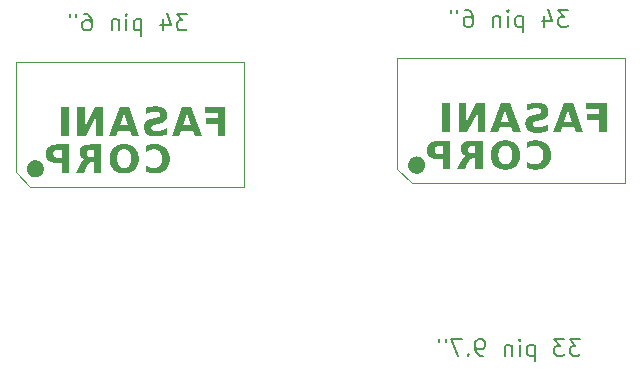
<source format=gbr>
%TF.GenerationSoftware,KiCad,Pcbnew,7.0.8-7.0.8~ubuntu22.04.1*%
%TF.CreationDate,2023-10-22T18:31:10+02:00*%
%TF.ProjectId,extension-cable,65787465-6e73-4696-9f6e-2d6361626c65,rev?*%
%TF.SameCoordinates,Original*%
%TF.FileFunction,Legend,Bot*%
%TF.FilePolarity,Positive*%
%FSLAX46Y46*%
G04 Gerber Fmt 4.6, Leading zero omitted, Abs format (unit mm)*
G04 Created by KiCad (PCBNEW 7.0.8-7.0.8~ubuntu22.04.1) date 2023-10-22 18:31:10*
%MOMM*%
%LPD*%
G01*
G04 APERTURE LIST*
%ADD10C,0.000000*%
%ADD11C,0.079374*%
%ADD12C,0.150000*%
G04 APERTURE END LIST*
D10*
G36*
X133283167Y-73825811D02*
G01*
X132650279Y-73825811D01*
X132650279Y-72785241D01*
X131639300Y-72785241D01*
X131639300Y-72306878D01*
X132650279Y-72306878D01*
X132650279Y-71849883D01*
X131575189Y-71849883D01*
X131575189Y-71371520D01*
X133283167Y-71371520D01*
X133283167Y-73825811D01*
G37*
D11*
X134860000Y-78149105D02*
X116772768Y-78149105D01*
X84492768Y-78459105D02*
X83260000Y-77211781D01*
D10*
G36*
X95204052Y-71637881D02*
G01*
X95255692Y-71640115D01*
X95305869Y-71643840D01*
X95354581Y-71649054D01*
X95401829Y-71655758D01*
X95447614Y-71663952D01*
X95491934Y-71673635D01*
X95534790Y-71684808D01*
X95576182Y-71697471D01*
X95616110Y-71711624D01*
X95654574Y-71727266D01*
X95691574Y-71744398D01*
X95727110Y-71763019D01*
X95761182Y-71783131D01*
X95793789Y-71804731D01*
X95824933Y-71827822D01*
X95854394Y-71852395D01*
X95881955Y-71878446D01*
X95907614Y-71905974D01*
X95931373Y-71934979D01*
X95953232Y-71965461D01*
X95973189Y-71997420D01*
X95991246Y-72030857D01*
X96007402Y-72065770D01*
X96021658Y-72102159D01*
X96034012Y-72140026D01*
X96044466Y-72179370D01*
X96053019Y-72220191D01*
X96059672Y-72262488D01*
X96064424Y-72306262D01*
X96067275Y-72351513D01*
X96068225Y-72398241D01*
X96067525Y-72436115D01*
X96065425Y-72472885D01*
X96061926Y-72508549D01*
X96057026Y-72543110D01*
X96050727Y-72576565D01*
X96043028Y-72608916D01*
X96033929Y-72640163D01*
X96023430Y-72670305D01*
X96011531Y-72699342D01*
X95998233Y-72727275D01*
X95983534Y-72754104D01*
X95967436Y-72779828D01*
X95949938Y-72804447D01*
X95931040Y-72827962D01*
X95910742Y-72850372D01*
X95889044Y-72871679D01*
X95865978Y-72892086D01*
X95841577Y-72911799D01*
X95815840Y-72930819D01*
X95788768Y-72949146D01*
X95760360Y-72966779D01*
X95730616Y-72983718D01*
X95699537Y-72999964D01*
X95667122Y-73015517D01*
X95633371Y-73030376D01*
X95598285Y-73044542D01*
X95561863Y-73058013D01*
X95524105Y-73070792D01*
X95485012Y-73082877D01*
X95444583Y-73094268D01*
X95402818Y-73104966D01*
X95359718Y-73114971D01*
X95114781Y-73169216D01*
X95089770Y-73174828D01*
X95065696Y-73180569D01*
X95042560Y-73186438D01*
X95020362Y-73192435D01*
X94999101Y-73198560D01*
X94978777Y-73204814D01*
X94959391Y-73211197D01*
X94940942Y-73217708D01*
X94923431Y-73224347D01*
X94906858Y-73231115D01*
X94891222Y-73238011D01*
X94876523Y-73245036D01*
X94862762Y-73252189D01*
X94849939Y-73259470D01*
X94838053Y-73266880D01*
X94827104Y-73274419D01*
X94816753Y-73282266D01*
X94807069Y-73290601D01*
X94798054Y-73299424D01*
X94789706Y-73308736D01*
X94782026Y-73318535D01*
X94775014Y-73328822D01*
X94768669Y-73339598D01*
X94762993Y-73350861D01*
X94757984Y-73362612D01*
X94753643Y-73374851D01*
X94749970Y-73387579D01*
X94746965Y-73400794D01*
X94744628Y-73414496D01*
X94742958Y-73428687D01*
X94741957Y-73443365D01*
X94741623Y-73458532D01*
X94741687Y-73464265D01*
X94741879Y-73469959D01*
X94742201Y-73475616D01*
X94742650Y-73481234D01*
X94743228Y-73486813D01*
X94743934Y-73492354D01*
X94744769Y-73497857D01*
X94745732Y-73503321D01*
X94746824Y-73508747D01*
X94748044Y-73514135D01*
X94749393Y-73519484D01*
X94750870Y-73524795D01*
X94752475Y-73530067D01*
X94754209Y-73535301D01*
X94756071Y-73540496D01*
X94758062Y-73545653D01*
X94760220Y-73550804D01*
X94762583Y-73555980D01*
X94765152Y-73561182D01*
X94767926Y-73566409D01*
X94770905Y-73571662D01*
X94774090Y-73576940D01*
X94777481Y-73582244D01*
X94781077Y-73587574D01*
X94784878Y-73592929D01*
X94788885Y-73598310D01*
X94793098Y-73603717D01*
X94797515Y-73609149D01*
X94802139Y-73614607D01*
X94806968Y-73620091D01*
X94812002Y-73625601D01*
X94817242Y-73631136D01*
X94822770Y-73636412D01*
X94828672Y-73641560D01*
X94834945Y-73646581D01*
X94841591Y-73651472D01*
X94848610Y-73656236D01*
X94856001Y-73660872D01*
X94863764Y-73665379D01*
X94871900Y-73669759D01*
X94880409Y-73674010D01*
X94889289Y-73678132D01*
X94898543Y-73682127D01*
X94908168Y-73685993D01*
X94918166Y-73689731D01*
X94928537Y-73693341D01*
X94939280Y-73696823D01*
X94950395Y-73700176D01*
X94973229Y-73705957D01*
X94997348Y-73710966D01*
X95022751Y-73715206D01*
X95049438Y-73718674D01*
X95077410Y-73721372D01*
X95106666Y-73723299D01*
X95137205Y-73724455D01*
X95169030Y-73724840D01*
X95219463Y-73723858D01*
X95270487Y-73720910D01*
X95322102Y-73715998D01*
X95374307Y-73709121D01*
X95427103Y-73700279D01*
X95480490Y-73689472D01*
X95534468Y-73676700D01*
X95589037Y-73661963D01*
X95644196Y-73645261D01*
X95699947Y-73626594D01*
X95756288Y-73605962D01*
X95813219Y-73583365D01*
X95870742Y-73558803D01*
X95928855Y-73532276D01*
X95987560Y-73503784D01*
X96046854Y-73473326D01*
X96046854Y-74007582D01*
X95987707Y-74028882D01*
X95928624Y-74048807D01*
X95869606Y-74067358D01*
X95810651Y-74084535D01*
X95751761Y-74100337D01*
X95692935Y-74114766D01*
X95634173Y-74127820D01*
X95575475Y-74139500D01*
X95516842Y-74149807D01*
X95458272Y-74158738D01*
X95399767Y-74166296D01*
X95341327Y-74172480D01*
X95282950Y-74177289D01*
X95224638Y-74180725D01*
X95166389Y-74182786D01*
X95108205Y-74183473D01*
X95049501Y-74182728D01*
X94992569Y-74180493D01*
X94937410Y-74176769D01*
X94884023Y-74171555D01*
X94832408Y-74164851D01*
X94782565Y-74156657D01*
X94734495Y-74146974D01*
X94688197Y-74135801D01*
X94643671Y-74123138D01*
X94600918Y-74108985D01*
X94559937Y-74093343D01*
X94520728Y-74076211D01*
X94483291Y-74057590D01*
X94447627Y-74037479D01*
X94413735Y-74015878D01*
X94381616Y-73992788D01*
X94351358Y-73968053D01*
X94323053Y-73941521D01*
X94296699Y-73913190D01*
X94272298Y-73883062D01*
X94249849Y-73851135D01*
X94229352Y-73817410D01*
X94210807Y-73781887D01*
X94194214Y-73744566D01*
X94179574Y-73705447D01*
X94166885Y-73664530D01*
X94156149Y-73621815D01*
X94147364Y-73577302D01*
X94140532Y-73530991D01*
X94135652Y-73482882D01*
X94132724Y-73432975D01*
X94131748Y-73381270D01*
X94132454Y-73342210D01*
X94134573Y-73304344D01*
X94138105Y-73267673D01*
X94143049Y-73232196D01*
X94149406Y-73197913D01*
X94157176Y-73164824D01*
X94166359Y-73132930D01*
X94176954Y-73102230D01*
X94188962Y-73072724D01*
X94202382Y-73044413D01*
X94217216Y-73017295D01*
X94233462Y-72991372D01*
X94251121Y-72966643D01*
X94270192Y-72943108D01*
X94290676Y-72920767D01*
X94312573Y-72899620D01*
X94335812Y-72879208D01*
X94360734Y-72859477D01*
X94387337Y-72840426D01*
X94415623Y-72822055D01*
X94445592Y-72804365D01*
X94477243Y-72787356D01*
X94510576Y-72771027D01*
X94545592Y-72755378D01*
X94582290Y-72740410D01*
X94620670Y-72726122D01*
X94660733Y-72712515D01*
X94702478Y-72699589D01*
X94745906Y-72687343D01*
X94791016Y-72675778D01*
X94837808Y-72664893D01*
X94886283Y-72654689D01*
X95155877Y-72600444D01*
X95178082Y-72595661D01*
X95199491Y-72590762D01*
X95220103Y-72585747D01*
X95239919Y-72580617D01*
X95258939Y-72575372D01*
X95277163Y-72570010D01*
X95294591Y-72564534D01*
X95311222Y-72558941D01*
X95327057Y-72553233D01*
X95342096Y-72547409D01*
X95356338Y-72541470D01*
X95369785Y-72535415D01*
X95382435Y-72529244D01*
X95394289Y-72522957D01*
X95405346Y-72516554D01*
X95415608Y-72510036D01*
X95425163Y-72503063D01*
X95434101Y-72495704D01*
X95442423Y-72487960D01*
X95450129Y-72479831D01*
X95457218Y-72471316D01*
X95463691Y-72462416D01*
X95469547Y-72453131D01*
X95474787Y-72443460D01*
X95479410Y-72433404D01*
X95483417Y-72422963D01*
X95486808Y-72412137D01*
X95489582Y-72400925D01*
X95491739Y-72389328D01*
X95493280Y-72377346D01*
X95494205Y-72364979D01*
X95494513Y-72352227D01*
X95494115Y-72337040D01*
X95492921Y-72322302D01*
X95490930Y-72308014D01*
X95489636Y-72301039D01*
X95488143Y-72294176D01*
X95486451Y-72287425D01*
X95484560Y-72280787D01*
X95482470Y-72274261D01*
X95480181Y-72267848D01*
X95477693Y-72261547D01*
X95475005Y-72255358D01*
X95472119Y-72249282D01*
X95469034Y-72243318D01*
X95465749Y-72237466D01*
X95462265Y-72231727D01*
X95458583Y-72226100D01*
X95454701Y-72220586D01*
X95450620Y-72215184D01*
X95446340Y-72209894D01*
X95441862Y-72204717D01*
X95437184Y-72199652D01*
X95432307Y-72194700D01*
X95427230Y-72189860D01*
X95421955Y-72185132D01*
X95416481Y-72180517D01*
X95404935Y-72171623D01*
X95392593Y-72163179D01*
X95379314Y-72155018D01*
X95364956Y-72147382D01*
X95349519Y-72140274D01*
X95333003Y-72133691D01*
X95315409Y-72127636D01*
X95296735Y-72122107D01*
X95276983Y-72117104D01*
X95256152Y-72112629D01*
X95234243Y-72108679D01*
X95211254Y-72105257D01*
X95187187Y-72102360D01*
X95162041Y-72099991D01*
X95135816Y-72098148D01*
X95108513Y-72096831D01*
X95050669Y-72095778D01*
X95006677Y-72096491D01*
X94962234Y-72098629D01*
X94917343Y-72102193D01*
X94872002Y-72107182D01*
X94826211Y-72113596D01*
X94779971Y-72121437D01*
X94733281Y-72130702D01*
X94686142Y-72141393D01*
X94638553Y-72153510D01*
X94590515Y-72167052D01*
X94542027Y-72182020D01*
X94493090Y-72198413D01*
X94443703Y-72216232D01*
X94393867Y-72235477D01*
X94343581Y-72256147D01*
X94292846Y-72278243D01*
X94292846Y-71758782D01*
X94404783Y-71730271D01*
X94515385Y-71705562D01*
X94624651Y-71684654D01*
X94732581Y-71667547D01*
X94839175Y-71654242D01*
X94944434Y-71644739D01*
X95048357Y-71639036D01*
X95150945Y-71637136D01*
X95150947Y-71637136D01*
X95204052Y-71637881D01*
G37*
D11*
X102580000Y-67860000D02*
X102580000Y-78459105D01*
D10*
G36*
X87771265Y-77254051D02*
G01*
X87154507Y-77254051D01*
X87154507Y-76424226D01*
X86747607Y-76424226D01*
X86693084Y-76423463D01*
X86640050Y-76421172D01*
X86588505Y-76417355D01*
X86538450Y-76412011D01*
X86489884Y-76405140D01*
X86442807Y-76396742D01*
X86397220Y-76386817D01*
X86353122Y-76375366D01*
X86310513Y-76362387D01*
X86269394Y-76347882D01*
X86229764Y-76331850D01*
X86191623Y-76314291D01*
X86154972Y-76295206D01*
X86119810Y-76274593D01*
X86086137Y-76252454D01*
X86053954Y-76228789D01*
X86023498Y-76203406D01*
X85995007Y-76176522D01*
X85968480Y-76148136D01*
X85943919Y-76118249D01*
X85921323Y-76086860D01*
X85900691Y-76053969D01*
X85882024Y-76019577D01*
X85865323Y-75983682D01*
X85850586Y-75946287D01*
X85837814Y-75907389D01*
X85827007Y-75866990D01*
X85818165Y-75825089D01*
X85811287Y-75781686D01*
X85806375Y-75736781D01*
X85803428Y-75690375D01*
X85802445Y-75642467D01*
X86438426Y-75642467D01*
X86438814Y-75662590D01*
X86439978Y-75682114D01*
X86441918Y-75701037D01*
X86444634Y-75719359D01*
X86448126Y-75737080D01*
X86452394Y-75754201D01*
X86457437Y-75770721D01*
X86463257Y-75786640D01*
X86469853Y-75801959D01*
X86477224Y-75816677D01*
X86485372Y-75830794D01*
X86494295Y-75844311D01*
X86503995Y-75857226D01*
X86514470Y-75869541D01*
X86525721Y-75881255D01*
X86537749Y-75892369D01*
X86550276Y-75902651D01*
X86563430Y-75912270D01*
X86577210Y-75921225D01*
X86591615Y-75929517D01*
X86606646Y-75937145D01*
X86622302Y-75944110D01*
X86638585Y-75950411D01*
X86655493Y-75956049D01*
X86673027Y-75961024D01*
X86691187Y-75965336D01*
X86709973Y-75968984D01*
X86729384Y-75971969D01*
X86749421Y-75974290D01*
X86770084Y-75975948D01*
X86791373Y-75976943D01*
X86813287Y-75977275D01*
X87154507Y-75977275D01*
X87154507Y-75309251D01*
X86813287Y-75309251D01*
X86791373Y-75309583D01*
X86770084Y-75310578D01*
X86749421Y-75312236D01*
X86729384Y-75314557D01*
X86709973Y-75317542D01*
X86691187Y-75321190D01*
X86673027Y-75325502D01*
X86655493Y-75330477D01*
X86638585Y-75336115D01*
X86622302Y-75342416D01*
X86606646Y-75349381D01*
X86591615Y-75357010D01*
X86577210Y-75365301D01*
X86563430Y-75374256D01*
X86550276Y-75383875D01*
X86537749Y-75394157D01*
X86525721Y-75405078D01*
X86514470Y-75416611D01*
X86503995Y-75428757D01*
X86494295Y-75441517D01*
X86485372Y-75454890D01*
X86477224Y-75468876D01*
X86469853Y-75483475D01*
X86463257Y-75498688D01*
X86457437Y-75514513D01*
X86452394Y-75530952D01*
X86448126Y-75548004D01*
X86444634Y-75565670D01*
X86441918Y-75583949D01*
X86439978Y-75602841D01*
X86438814Y-75622347D01*
X86438426Y-75642467D01*
X85802445Y-75642467D01*
X85803428Y-75594563D01*
X85806375Y-75548174D01*
X85811287Y-75503299D01*
X85818165Y-75459939D01*
X85827007Y-75418093D01*
X85837814Y-75377762D01*
X85850586Y-75338945D01*
X85865323Y-75301643D01*
X85882024Y-75265855D01*
X85900691Y-75231582D01*
X85921323Y-75198823D01*
X85943919Y-75167579D01*
X85968480Y-75137849D01*
X85995007Y-75109634D01*
X86023498Y-75082933D01*
X86053954Y-75057747D01*
X86085950Y-75034081D01*
X86119460Y-75011942D01*
X86154484Y-74991330D01*
X86191023Y-74972244D01*
X86229076Y-74954685D01*
X86268643Y-74938653D01*
X86309725Y-74924148D01*
X86352321Y-74911170D01*
X86396431Y-74899718D01*
X86442056Y-74889793D01*
X86489195Y-74881395D01*
X86537849Y-74874524D01*
X86588017Y-74869180D01*
X86639699Y-74865363D01*
X86692896Y-74863072D01*
X86747607Y-74862309D01*
X87771265Y-74862309D01*
X87771265Y-77254051D01*
G37*
G36*
X117239600Y-75877279D02*
G01*
X117275855Y-75880107D01*
X117311584Y-75884763D01*
X117346741Y-75891202D01*
X117381280Y-75899378D01*
X117415158Y-75909245D01*
X117448330Y-75920757D01*
X117480750Y-75933867D01*
X117512373Y-75948531D01*
X117543156Y-75964701D01*
X117573053Y-75982332D01*
X117602018Y-76001377D01*
X117630009Y-76021792D01*
X117656978Y-76043529D01*
X117682882Y-76066543D01*
X117707676Y-76090788D01*
X117731315Y-76116217D01*
X117753753Y-76142785D01*
X117774947Y-76170446D01*
X117794851Y-76199154D01*
X117813421Y-76228862D01*
X117830611Y-76259526D01*
X117846377Y-76291098D01*
X117860674Y-76323532D01*
X117873457Y-76356784D01*
X117884681Y-76390806D01*
X117894301Y-76425552D01*
X117902273Y-76460978D01*
X117908551Y-76497036D01*
X117913091Y-76533681D01*
X117915848Y-76570867D01*
X117916777Y-76608547D01*
X117915848Y-76646227D01*
X117913091Y-76683413D01*
X117908550Y-76720058D01*
X117902272Y-76756116D01*
X117894300Y-76791541D01*
X117884680Y-76826288D01*
X117873456Y-76860310D01*
X117860673Y-76893562D01*
X117846376Y-76925996D01*
X117830610Y-76957568D01*
X117813420Y-76988231D01*
X117794850Y-77017940D01*
X117774946Y-77046647D01*
X117753752Y-77074308D01*
X117731313Y-77100877D01*
X117707674Y-77126306D01*
X117682880Y-77150551D01*
X117656976Y-77173565D01*
X117630006Y-77195302D01*
X117602016Y-77215716D01*
X117573050Y-77234762D01*
X117543153Y-77252393D01*
X117512370Y-77268563D01*
X117480747Y-77283226D01*
X117448326Y-77296337D01*
X117415155Y-77307848D01*
X117381276Y-77317715D01*
X117346737Y-77325891D01*
X117311580Y-77332331D01*
X117275851Y-77336987D01*
X117239595Y-77339815D01*
X117202857Y-77340767D01*
X117166119Y-77339815D01*
X117129863Y-77336987D01*
X117094134Y-77332331D01*
X117058978Y-77325891D01*
X117024438Y-77317715D01*
X116990560Y-77307848D01*
X116957389Y-77296337D01*
X116924969Y-77283226D01*
X116893345Y-77268563D01*
X116862562Y-77252393D01*
X116832666Y-77234762D01*
X116803700Y-77215716D01*
X116775710Y-77195302D01*
X116748740Y-77173565D01*
X116722836Y-77150551D01*
X116698042Y-77126306D01*
X116674404Y-77100877D01*
X116651965Y-77074308D01*
X116630771Y-77046647D01*
X116610867Y-77017940D01*
X116592297Y-76988231D01*
X116575107Y-76957568D01*
X116559341Y-76925996D01*
X116545045Y-76893562D01*
X116532262Y-76860310D01*
X116521038Y-76826288D01*
X116511418Y-76791541D01*
X116503446Y-76756116D01*
X116497168Y-76720058D01*
X116492628Y-76683413D01*
X116489871Y-76646227D01*
X116488942Y-76608547D01*
X116489871Y-76570867D01*
X116492628Y-76533681D01*
X116497168Y-76497036D01*
X116503447Y-76460978D01*
X116511418Y-76425552D01*
X116521039Y-76390806D01*
X116532263Y-76356784D01*
X116545046Y-76323532D01*
X116559343Y-76291098D01*
X116575109Y-76259526D01*
X116592299Y-76228862D01*
X116610869Y-76199154D01*
X116630773Y-76170446D01*
X116651967Y-76142785D01*
X116674406Y-76116217D01*
X116698045Y-76090788D01*
X116722839Y-76066543D01*
X116748743Y-76043529D01*
X116775712Y-76021792D01*
X116803703Y-76001377D01*
X116832669Y-75982332D01*
X116862565Y-75964701D01*
X116893348Y-75948531D01*
X116924972Y-75933867D01*
X116957392Y-75920757D01*
X116990564Y-75909245D01*
X117024442Y-75899378D01*
X117058982Y-75891202D01*
X117094139Y-75884763D01*
X117129868Y-75880107D01*
X117166123Y-75877279D01*
X117202862Y-75876326D01*
X117239600Y-75877279D01*
G37*
G36*
X90518508Y-77254042D02*
G01*
X89901750Y-77254042D01*
X89901750Y-76348924D01*
X89727136Y-76348924D01*
X89707774Y-76349206D01*
X89688939Y-76350051D01*
X89670629Y-76351459D01*
X89652844Y-76353430D01*
X89635585Y-76355965D01*
X89618852Y-76359062D01*
X89602645Y-76362723D01*
X89586963Y-76366947D01*
X89571807Y-76371735D01*
X89557176Y-76377085D01*
X89543071Y-76382999D01*
X89529492Y-76389475D01*
X89516439Y-76396515D01*
X89503911Y-76404118D01*
X89491909Y-76412284D01*
X89480432Y-76421013D01*
X89469055Y-76430206D01*
X89457754Y-76440162D01*
X89446528Y-76450882D01*
X89435376Y-76462366D01*
X89424300Y-76474613D01*
X89413299Y-76487623D01*
X89402373Y-76501396D01*
X89391523Y-76515933D01*
X89380747Y-76531234D01*
X89370046Y-76547297D01*
X89359421Y-76564124D01*
X89348870Y-76581715D01*
X89338395Y-76600068D01*
X89327994Y-76619185D01*
X89317669Y-76639065D01*
X89307419Y-76659709D01*
X89015861Y-77254042D01*
X88359053Y-77254042D01*
X88693865Y-76574803D01*
X88717193Y-76529521D01*
X88740722Y-76486593D01*
X88764451Y-76446018D01*
X88776391Y-76426613D01*
X88788381Y-76407796D01*
X88800421Y-76389567D01*
X88812510Y-76371927D01*
X88824650Y-76354875D01*
X88836840Y-76338411D01*
X88849080Y-76322535D01*
X88861370Y-76307248D01*
X88873711Y-76292549D01*
X88886101Y-76278438D01*
X88898479Y-76264927D01*
X88911182Y-76252030D01*
X88924210Y-76239746D01*
X88937564Y-76228076D01*
X88951243Y-76217018D01*
X88965248Y-76206574D01*
X88979578Y-76196743D01*
X88994234Y-76187526D01*
X89009215Y-76178921D01*
X89024521Y-76170930D01*
X89040153Y-76163553D01*
X89056110Y-76156788D01*
X89072392Y-76150637D01*
X89089000Y-76145099D01*
X89105933Y-76140174D01*
X89123192Y-76135863D01*
X89067517Y-76116570D01*
X89015435Y-76094736D01*
X88966944Y-76070363D01*
X88922045Y-76043448D01*
X88900942Y-76029039D01*
X88880738Y-76013994D01*
X88861431Y-75998314D01*
X88843023Y-75981998D01*
X88825512Y-75965048D01*
X88808900Y-75947463D01*
X88793185Y-75929242D01*
X88778368Y-75910386D01*
X88764450Y-75890896D01*
X88751429Y-75870770D01*
X88739306Y-75850008D01*
X88728081Y-75828612D01*
X88717755Y-75806581D01*
X88708326Y-75783914D01*
X88699795Y-75760612D01*
X88692162Y-75736675D01*
X88679590Y-75686896D01*
X88670611Y-75634575D01*
X88668552Y-75613618D01*
X89280184Y-75613618D01*
X89280504Y-75633118D01*
X89281461Y-75651967D01*
X89283057Y-75670164D01*
X89285291Y-75687711D01*
X89288163Y-75704607D01*
X89291674Y-75720852D01*
X89295822Y-75736446D01*
X89300610Y-75751389D01*
X89306035Y-75765682D01*
X89312099Y-75779323D01*
X89318801Y-75792314D01*
X89326141Y-75804654D01*
X89334120Y-75816344D01*
X89342736Y-75827382D01*
X89351992Y-75837771D01*
X89361885Y-75847508D01*
X89372367Y-75856626D01*
X89383787Y-75865156D01*
X89396146Y-75873097D01*
X89409444Y-75880450D01*
X89423680Y-75887215D01*
X89438855Y-75893391D01*
X89454968Y-75898979D01*
X89472021Y-75903979D01*
X89490012Y-75908390D01*
X89508941Y-75912214D01*
X89528809Y-75915449D01*
X89549616Y-75918096D01*
X89571362Y-75920154D01*
X89594046Y-75921625D01*
X89617668Y-75922507D01*
X89642230Y-75922801D01*
X89901749Y-75922801D01*
X89901749Y-75309251D01*
X89642230Y-75309251D01*
X89619383Y-75309520D01*
X89597300Y-75310327D01*
X89575980Y-75311673D01*
X89555423Y-75313556D01*
X89535630Y-75315978D01*
X89516601Y-75318938D01*
X89498334Y-75322436D01*
X89480832Y-75326472D01*
X89464092Y-75331047D01*
X89448116Y-75336159D01*
X89432904Y-75341810D01*
X89418455Y-75347999D01*
X89404769Y-75354726D01*
X89391847Y-75361991D01*
X89379688Y-75369794D01*
X89368293Y-75378135D01*
X89357624Y-75386939D01*
X89347643Y-75396532D01*
X89338350Y-75406913D01*
X89329746Y-75418083D01*
X89321830Y-75430041D01*
X89314602Y-75442788D01*
X89308063Y-75456323D01*
X89302212Y-75470647D01*
X89297049Y-75485760D01*
X89292575Y-75501661D01*
X89288789Y-75518351D01*
X89285692Y-75535829D01*
X89283283Y-75554096D01*
X89281562Y-75573151D01*
X89280529Y-75592995D01*
X89280185Y-75613627D01*
X89280184Y-75613618D01*
X88668552Y-75613618D01*
X88665223Y-75579714D01*
X88663427Y-75522313D01*
X88663427Y-75522304D01*
X88663603Y-75503036D01*
X88664128Y-75484082D01*
X88665004Y-75465441D01*
X88666231Y-75447112D01*
X88667808Y-75429097D01*
X88669735Y-75411394D01*
X88672013Y-75394004D01*
X88674641Y-75376927D01*
X88677620Y-75360163D01*
X88680949Y-75343711D01*
X88684628Y-75327573D01*
X88688658Y-75311747D01*
X88693039Y-75296234D01*
X88697770Y-75281034D01*
X88702851Y-75266147D01*
X88708283Y-75251573D01*
X88713921Y-75237062D01*
X88720022Y-75222764D01*
X88726586Y-75208679D01*
X88733614Y-75194806D01*
X88741104Y-75181146D01*
X88749058Y-75167699D01*
X88757475Y-75154464D01*
X88766354Y-75141442D01*
X88775697Y-75128632D01*
X88785503Y-75116036D01*
X88795772Y-75103651D01*
X88806504Y-75091480D01*
X88817699Y-75079521D01*
X88829357Y-75067775D01*
X88841478Y-75056241D01*
X88854062Y-75044920D01*
X88867184Y-75033875D01*
X88880920Y-75023167D01*
X88895269Y-75012798D01*
X88910231Y-75002767D01*
X88925806Y-74993074D01*
X88941995Y-74983718D01*
X88958797Y-74974701D01*
X88976212Y-74966022D01*
X88994240Y-74957681D01*
X89012882Y-74949678D01*
X89032137Y-74942013D01*
X89052005Y-74934685D01*
X89072487Y-74927696D01*
X89093581Y-74921044D01*
X89115289Y-74914730D01*
X89137611Y-74908754D01*
X89184068Y-74897865D01*
X89232928Y-74888429D01*
X89284191Y-74880445D01*
X89337857Y-74873912D01*
X89393926Y-74868832D01*
X89452398Y-74865203D01*
X89513273Y-74863026D01*
X89576550Y-74862300D01*
X90518508Y-74862300D01*
X90518508Y-77254042D01*
G37*
G36*
X120008804Y-73825811D02*
G01*
X119375915Y-73825811D01*
X119375915Y-71371520D01*
X120008804Y-71371520D01*
X120008804Y-73825811D01*
G37*
G36*
X92506852Y-74820342D02*
G01*
X92575850Y-74824191D01*
X92642920Y-74830605D01*
X92708062Y-74839585D01*
X92771277Y-74851130D01*
X92832565Y-74865242D01*
X92891926Y-74881918D01*
X92949359Y-74901161D01*
X93004865Y-74922968D01*
X93058443Y-74947342D01*
X93110094Y-74974281D01*
X93159818Y-75003786D01*
X93207614Y-75035856D01*
X93253483Y-75070491D01*
X93297425Y-75107693D01*
X93339439Y-75147459D01*
X93379012Y-75189323D01*
X93416033Y-75233214D01*
X93450500Y-75279133D01*
X93482415Y-75327079D01*
X93511776Y-75377053D01*
X93538584Y-75429053D01*
X93562839Y-75483082D01*
X93584540Y-75539138D01*
X93603689Y-75597221D01*
X93620284Y-75657332D01*
X93634326Y-75719471D01*
X93645816Y-75783637D01*
X93654752Y-75849831D01*
X93661134Y-75918053D01*
X93664964Y-75988302D01*
X93666241Y-76060579D01*
X93664964Y-76132856D01*
X93661134Y-76203105D01*
X93654752Y-76271326D01*
X93645816Y-76337520D01*
X93634326Y-76401686D01*
X93620284Y-76463825D01*
X93603689Y-76523936D01*
X93584540Y-76582020D01*
X93562839Y-76638075D01*
X93538584Y-76692104D01*
X93511776Y-76744105D01*
X93482415Y-76794078D01*
X93450500Y-76842024D01*
X93416033Y-76887943D01*
X93379012Y-76931834D01*
X93339439Y-76973698D01*
X93297425Y-77013272D01*
X93253483Y-77050292D01*
X93207614Y-77084759D01*
X93159818Y-77116673D01*
X93110094Y-77146034D01*
X93058443Y-77172842D01*
X93004865Y-77197096D01*
X92949359Y-77218797D01*
X92891926Y-77237946D01*
X92832565Y-77254541D01*
X92771277Y-77268582D01*
X92708062Y-77280071D01*
X92642920Y-77289007D01*
X92575850Y-77295390D01*
X92506852Y-77299219D01*
X92435928Y-77300496D01*
X92365009Y-77299219D01*
X92296031Y-77295390D01*
X92228992Y-77289007D01*
X92163893Y-77280071D01*
X92100734Y-77268582D01*
X92039515Y-77254541D01*
X91980236Y-77237946D01*
X91922897Y-77218797D01*
X91867498Y-77197096D01*
X91814038Y-77172842D01*
X91762519Y-77146034D01*
X91712939Y-77116673D01*
X91665299Y-77084759D01*
X91619599Y-77050292D01*
X91575839Y-77013272D01*
X91534019Y-76973698D01*
X91494251Y-76931834D01*
X91457049Y-76887943D01*
X91422413Y-76842024D01*
X91390342Y-76794078D01*
X91360837Y-76744105D01*
X91333898Y-76692104D01*
X91309524Y-76638075D01*
X91287716Y-76582020D01*
X91268473Y-76523936D01*
X91251796Y-76463825D01*
X91237685Y-76401686D01*
X91226140Y-76337520D01*
X91217160Y-76271326D01*
X91210746Y-76203105D01*
X91206897Y-76132856D01*
X91205615Y-76060579D01*
X91205615Y-76060570D01*
X91841597Y-76060570D01*
X91842148Y-76103723D01*
X91843800Y-76145875D01*
X91846553Y-76187026D01*
X91850408Y-76227176D01*
X91855364Y-76266325D01*
X91861421Y-76304472D01*
X91868580Y-76341619D01*
X91876840Y-76377763D01*
X91876839Y-76377754D01*
X91881382Y-76395250D01*
X91886201Y-76412496D01*
X91891295Y-76429491D01*
X91896664Y-76446237D01*
X91902308Y-76462732D01*
X91908228Y-76478977D01*
X91914423Y-76494971D01*
X91920893Y-76510716D01*
X91927639Y-76526210D01*
X91934660Y-76541455D01*
X91941957Y-76556449D01*
X91949529Y-76571192D01*
X91957376Y-76585686D01*
X91965498Y-76599929D01*
X91973896Y-76613922D01*
X91982569Y-76627665D01*
X91991555Y-76640895D01*
X92000891Y-76653749D01*
X92010578Y-76666227D01*
X92020615Y-76678330D01*
X92031003Y-76690057D01*
X92041741Y-76701409D01*
X92052830Y-76712385D01*
X92064269Y-76722986D01*
X92076059Y-76733211D01*
X92088198Y-76743061D01*
X92100689Y-76752535D01*
X92113530Y-76761633D01*
X92126721Y-76770357D01*
X92140262Y-76778704D01*
X92154154Y-76786676D01*
X92168397Y-76794273D01*
X92182958Y-76801451D01*
X92197808Y-76808165D01*
X92212945Y-76814416D01*
X92228370Y-76820204D01*
X92244083Y-76825529D01*
X92260084Y-76830392D01*
X92276373Y-76834791D01*
X92292950Y-76838727D01*
X92309814Y-76842200D01*
X92326967Y-76845209D01*
X92344407Y-76847756D01*
X92362135Y-76849840D01*
X92380151Y-76851461D01*
X92398454Y-76852618D01*
X92417046Y-76853313D01*
X92435925Y-76853544D01*
X92472395Y-76852700D01*
X92507714Y-76850165D01*
X92541881Y-76845941D01*
X92574896Y-76840028D01*
X92606761Y-76832425D01*
X92637473Y-76823132D01*
X92652398Y-76817852D01*
X92667035Y-76812150D01*
X92681384Y-76806025D01*
X92695445Y-76799478D01*
X92709218Y-76792508D01*
X92722703Y-76785117D01*
X92735901Y-76777302D01*
X92748810Y-76769066D01*
X92761432Y-76760406D01*
X92773766Y-76751325D01*
X92785812Y-76741821D01*
X92797570Y-76731895D01*
X92809041Y-76721546D01*
X92820223Y-76710775D01*
X92831118Y-76699582D01*
X92841725Y-76687966D01*
X92862075Y-76663467D01*
X92881273Y-76637279D01*
X92899120Y-76609682D01*
X92915816Y-76580959D01*
X92931360Y-76551110D01*
X92945753Y-76520135D01*
X92958994Y-76488033D01*
X92971084Y-76454805D01*
X92982022Y-76420450D01*
X92991810Y-76384969D01*
X93000445Y-76348362D01*
X93007929Y-76310628D01*
X93014262Y-76271768D01*
X93019444Y-76231781D01*
X93023474Y-76190668D01*
X93026352Y-76148428D01*
X93028079Y-76105062D01*
X93028655Y-76060570D01*
X93027704Y-76002651D01*
X93024850Y-75946633D01*
X93022710Y-75919337D01*
X93020094Y-75892517D01*
X93017003Y-75866172D01*
X93013436Y-75840303D01*
X93009394Y-75814909D01*
X93004876Y-75789991D01*
X92999882Y-75765548D01*
X92994413Y-75741581D01*
X92988468Y-75718089D01*
X92982048Y-75695073D01*
X92975152Y-75672533D01*
X92967780Y-75650468D01*
X92959883Y-75628917D01*
X92951410Y-75607916D01*
X92942362Y-75587466D01*
X92932737Y-75567566D01*
X92922537Y-75548217D01*
X92911762Y-75529419D01*
X92900410Y-75511172D01*
X92888483Y-75493475D01*
X92875980Y-75476329D01*
X92862902Y-75459733D01*
X92849247Y-75443689D01*
X92835017Y-75428195D01*
X92820212Y-75413251D01*
X92804830Y-75398859D01*
X92788873Y-75385018D01*
X92772340Y-75371727D01*
X92755069Y-75358924D01*
X92737297Y-75346946D01*
X92719025Y-75335795D01*
X92700252Y-75325469D01*
X92680978Y-75315970D01*
X92661204Y-75307296D01*
X92640929Y-75299449D01*
X92620153Y-75292427D01*
X92598877Y-75286232D01*
X92577100Y-75280862D01*
X92554823Y-75276319D01*
X92532045Y-75272601D01*
X92508766Y-75269710D01*
X92484987Y-75267645D01*
X92460707Y-75266406D01*
X92435927Y-75265993D01*
X92417047Y-75266224D01*
X92398456Y-75266919D01*
X92380152Y-75268076D01*
X92362136Y-75269697D01*
X92344408Y-75271781D01*
X92326968Y-75274328D01*
X92309815Y-75277337D01*
X92292951Y-75280810D01*
X92276374Y-75284746D01*
X92260085Y-75289145D01*
X92244085Y-75294007D01*
X92228371Y-75299333D01*
X92212946Y-75305121D01*
X92197809Y-75311372D01*
X92182960Y-75318086D01*
X92168398Y-75325264D01*
X92154156Y-75332868D01*
X92140264Y-75340860D01*
X92126722Y-75349241D01*
X92113531Y-75358008D01*
X92100690Y-75367164D01*
X92088200Y-75376707D01*
X92076060Y-75386638D01*
X92064270Y-75396958D01*
X92052831Y-75407664D01*
X92041742Y-75418759D01*
X92031004Y-75430242D01*
X92020617Y-75442112D01*
X92010579Y-75454371D01*
X92000892Y-75467017D01*
X91991556Y-75480051D01*
X91982570Y-75493474D01*
X91973897Y-75507027D01*
X91965499Y-75520855D01*
X91957377Y-75534959D01*
X91949530Y-75549339D01*
X91941958Y-75563994D01*
X91934661Y-75578924D01*
X91927640Y-75594130D01*
X91920895Y-75609612D01*
X91914424Y-75625368D01*
X91908229Y-75641401D01*
X91896665Y-75674291D01*
X91886202Y-75708283D01*
X91876840Y-75743376D01*
X91868580Y-75779521D01*
X91861421Y-75816667D01*
X91855364Y-75854814D01*
X91850408Y-75893963D01*
X91846553Y-75934113D01*
X91843800Y-75975264D01*
X91842148Y-76017416D01*
X91841597Y-76060570D01*
X91205615Y-76060570D01*
X91206891Y-75988109D01*
X91210721Y-75917679D01*
X91217104Y-75849289D01*
X91226040Y-75782939D01*
X91237529Y-75718629D01*
X91251571Y-75656359D01*
X91268166Y-75596129D01*
X91287315Y-75537938D01*
X91309017Y-75481788D01*
X91333272Y-75427678D01*
X91360080Y-75375608D01*
X91389441Y-75325578D01*
X91421355Y-75277588D01*
X91455822Y-75231637D01*
X91492843Y-75187727D01*
X91532417Y-75145857D01*
X91574243Y-75106283D01*
X91618022Y-75069263D01*
X91663753Y-75034796D01*
X91711437Y-75002882D01*
X91761073Y-74973521D01*
X91812661Y-74946713D01*
X91866202Y-74922459D01*
X91921696Y-74900758D01*
X91979141Y-74881610D01*
X92038539Y-74865015D01*
X92099890Y-74850973D01*
X92163193Y-74839484D01*
X92228448Y-74830548D01*
X92295655Y-74824166D01*
X92364815Y-74820336D01*
X92435928Y-74819060D01*
X92506852Y-74820342D01*
G37*
D11*
X134860000Y-67550000D02*
X134860000Y-78149105D01*
D10*
G36*
X121368308Y-73054846D02*
G01*
X122260928Y-71371520D01*
X122967792Y-71371520D01*
X122967792Y-73825811D01*
X122367780Y-73825811D01*
X122367780Y-72142486D01*
X121475160Y-73825811D01*
X120768297Y-73825811D01*
X120768297Y-71371520D01*
X121368308Y-71371520D01*
X121368308Y-73054846D01*
G37*
G36*
X124786852Y-74510342D02*
G01*
X124855850Y-74514191D01*
X124922920Y-74520605D01*
X124988062Y-74529585D01*
X125051277Y-74541130D01*
X125112565Y-74555242D01*
X125171926Y-74571918D01*
X125229359Y-74591161D01*
X125284865Y-74612968D01*
X125338443Y-74637342D01*
X125390094Y-74664281D01*
X125439818Y-74693786D01*
X125487614Y-74725856D01*
X125533483Y-74760491D01*
X125577425Y-74797693D01*
X125619439Y-74837459D01*
X125659012Y-74879323D01*
X125696033Y-74923214D01*
X125730500Y-74969133D01*
X125762415Y-75017079D01*
X125791776Y-75067053D01*
X125818584Y-75119053D01*
X125842839Y-75173082D01*
X125864540Y-75229138D01*
X125883689Y-75287221D01*
X125900284Y-75347332D01*
X125914326Y-75409471D01*
X125925816Y-75473637D01*
X125934752Y-75539831D01*
X125941134Y-75608053D01*
X125944964Y-75678302D01*
X125946241Y-75750579D01*
X125944964Y-75822856D01*
X125941134Y-75893105D01*
X125934752Y-75961326D01*
X125925816Y-76027520D01*
X125914326Y-76091686D01*
X125900284Y-76153825D01*
X125883689Y-76213936D01*
X125864540Y-76272020D01*
X125842839Y-76328075D01*
X125818584Y-76382104D01*
X125791776Y-76434105D01*
X125762415Y-76484078D01*
X125730500Y-76532024D01*
X125696033Y-76577943D01*
X125659012Y-76621834D01*
X125619439Y-76663698D01*
X125577425Y-76703272D01*
X125533483Y-76740292D01*
X125487614Y-76774759D01*
X125439818Y-76806673D01*
X125390094Y-76836034D01*
X125338443Y-76862842D01*
X125284865Y-76887096D01*
X125229359Y-76908797D01*
X125171926Y-76927946D01*
X125112565Y-76944541D01*
X125051277Y-76958582D01*
X124988062Y-76970071D01*
X124922920Y-76979007D01*
X124855850Y-76985390D01*
X124786852Y-76989219D01*
X124715928Y-76990496D01*
X124645009Y-76989219D01*
X124576031Y-76985390D01*
X124508992Y-76979007D01*
X124443893Y-76970071D01*
X124380734Y-76958582D01*
X124319515Y-76944541D01*
X124260236Y-76927946D01*
X124202897Y-76908797D01*
X124147498Y-76887096D01*
X124094038Y-76862842D01*
X124042519Y-76836034D01*
X123992939Y-76806673D01*
X123945299Y-76774759D01*
X123899599Y-76740292D01*
X123855839Y-76703272D01*
X123814019Y-76663698D01*
X123774251Y-76621834D01*
X123737049Y-76577943D01*
X123702413Y-76532024D01*
X123670342Y-76484078D01*
X123640837Y-76434105D01*
X123613898Y-76382104D01*
X123589524Y-76328075D01*
X123567716Y-76272020D01*
X123548473Y-76213936D01*
X123531796Y-76153825D01*
X123517685Y-76091686D01*
X123506140Y-76027520D01*
X123497160Y-75961326D01*
X123490746Y-75893105D01*
X123486897Y-75822856D01*
X123485615Y-75750579D01*
X123485615Y-75750570D01*
X124121597Y-75750570D01*
X124122148Y-75793723D01*
X124123800Y-75835875D01*
X124126553Y-75877026D01*
X124130408Y-75917176D01*
X124135364Y-75956325D01*
X124141421Y-75994472D01*
X124148580Y-76031619D01*
X124156840Y-76067763D01*
X124156839Y-76067754D01*
X124161382Y-76085250D01*
X124166201Y-76102496D01*
X124171295Y-76119491D01*
X124176664Y-76136237D01*
X124182308Y-76152732D01*
X124188228Y-76168977D01*
X124194423Y-76184971D01*
X124200893Y-76200716D01*
X124207639Y-76216210D01*
X124214660Y-76231455D01*
X124221957Y-76246449D01*
X124229529Y-76261192D01*
X124237376Y-76275686D01*
X124245498Y-76289929D01*
X124253896Y-76303922D01*
X124262569Y-76317665D01*
X124271555Y-76330895D01*
X124280891Y-76343749D01*
X124290578Y-76356227D01*
X124300615Y-76368330D01*
X124311003Y-76380057D01*
X124321741Y-76391409D01*
X124332830Y-76402385D01*
X124344269Y-76412986D01*
X124356059Y-76423211D01*
X124368198Y-76433061D01*
X124380689Y-76442535D01*
X124393530Y-76451633D01*
X124406721Y-76460357D01*
X124420262Y-76468704D01*
X124434154Y-76476676D01*
X124448397Y-76484273D01*
X124462958Y-76491451D01*
X124477808Y-76498165D01*
X124492945Y-76504416D01*
X124508370Y-76510204D01*
X124524083Y-76515529D01*
X124540084Y-76520392D01*
X124556373Y-76524791D01*
X124572950Y-76528727D01*
X124589814Y-76532200D01*
X124606967Y-76535209D01*
X124624407Y-76537756D01*
X124642135Y-76539840D01*
X124660151Y-76541461D01*
X124678454Y-76542618D01*
X124697046Y-76543313D01*
X124715925Y-76543544D01*
X124752395Y-76542700D01*
X124787714Y-76540165D01*
X124821881Y-76535941D01*
X124854896Y-76530028D01*
X124886761Y-76522425D01*
X124917473Y-76513132D01*
X124932398Y-76507852D01*
X124947035Y-76502150D01*
X124961384Y-76496025D01*
X124975445Y-76489478D01*
X124989218Y-76482508D01*
X125002703Y-76475117D01*
X125015901Y-76467302D01*
X125028810Y-76459066D01*
X125041432Y-76450406D01*
X125053766Y-76441325D01*
X125065812Y-76431821D01*
X125077570Y-76421895D01*
X125089041Y-76411546D01*
X125100223Y-76400775D01*
X125111118Y-76389582D01*
X125121725Y-76377966D01*
X125142075Y-76353467D01*
X125161273Y-76327279D01*
X125179120Y-76299682D01*
X125195816Y-76270959D01*
X125211360Y-76241110D01*
X125225753Y-76210135D01*
X125238994Y-76178033D01*
X125251084Y-76144805D01*
X125262022Y-76110450D01*
X125271810Y-76074969D01*
X125280445Y-76038362D01*
X125287929Y-76000628D01*
X125294262Y-75961768D01*
X125299444Y-75921781D01*
X125303474Y-75880668D01*
X125306352Y-75838428D01*
X125308079Y-75795062D01*
X125308655Y-75750570D01*
X125307704Y-75692651D01*
X125304850Y-75636633D01*
X125302710Y-75609337D01*
X125300094Y-75582517D01*
X125297003Y-75556172D01*
X125293436Y-75530303D01*
X125289394Y-75504909D01*
X125284876Y-75479991D01*
X125279882Y-75455548D01*
X125274413Y-75431581D01*
X125268468Y-75408089D01*
X125262048Y-75385073D01*
X125255152Y-75362533D01*
X125247780Y-75340468D01*
X125239883Y-75318917D01*
X125231410Y-75297916D01*
X125222362Y-75277466D01*
X125212737Y-75257566D01*
X125202537Y-75238217D01*
X125191762Y-75219419D01*
X125180410Y-75201172D01*
X125168483Y-75183475D01*
X125155980Y-75166329D01*
X125142902Y-75149733D01*
X125129247Y-75133689D01*
X125115017Y-75118195D01*
X125100212Y-75103251D01*
X125084830Y-75088859D01*
X125068873Y-75075018D01*
X125052340Y-75061727D01*
X125035069Y-75048924D01*
X125017297Y-75036946D01*
X124999025Y-75025795D01*
X124980252Y-75015469D01*
X124960978Y-75005970D01*
X124941204Y-74997296D01*
X124920929Y-74989449D01*
X124900153Y-74982427D01*
X124878877Y-74976232D01*
X124857100Y-74970862D01*
X124834823Y-74966319D01*
X124812045Y-74962601D01*
X124788766Y-74959710D01*
X124764987Y-74957645D01*
X124740707Y-74956406D01*
X124715927Y-74955993D01*
X124697047Y-74956224D01*
X124678456Y-74956919D01*
X124660152Y-74958076D01*
X124642136Y-74959697D01*
X124624408Y-74961781D01*
X124606968Y-74964328D01*
X124589815Y-74967337D01*
X124572951Y-74970810D01*
X124556374Y-74974746D01*
X124540085Y-74979145D01*
X124524085Y-74984007D01*
X124508371Y-74989333D01*
X124492946Y-74995121D01*
X124477809Y-75001372D01*
X124462960Y-75008086D01*
X124448398Y-75015264D01*
X124434156Y-75022868D01*
X124420264Y-75030860D01*
X124406722Y-75039241D01*
X124393531Y-75048008D01*
X124380690Y-75057164D01*
X124368200Y-75066707D01*
X124356060Y-75076638D01*
X124344270Y-75086958D01*
X124332831Y-75097664D01*
X124321742Y-75108759D01*
X124311004Y-75120242D01*
X124300617Y-75132112D01*
X124290579Y-75144371D01*
X124280892Y-75157017D01*
X124271556Y-75170051D01*
X124262570Y-75183474D01*
X124253897Y-75197027D01*
X124245499Y-75210855D01*
X124237377Y-75224959D01*
X124229530Y-75239339D01*
X124221958Y-75253994D01*
X124214661Y-75268924D01*
X124207640Y-75284130D01*
X124200895Y-75299612D01*
X124194424Y-75315368D01*
X124188229Y-75331401D01*
X124176665Y-75364291D01*
X124166202Y-75398283D01*
X124156840Y-75433376D01*
X124148580Y-75469521D01*
X124141421Y-75506667D01*
X124135364Y-75544814D01*
X124130408Y-75583963D01*
X124126553Y-75624113D01*
X124123800Y-75665264D01*
X124122148Y-75707416D01*
X124121597Y-75750570D01*
X123485615Y-75750570D01*
X123486891Y-75678109D01*
X123490721Y-75607679D01*
X123497104Y-75539289D01*
X123506040Y-75472939D01*
X123517529Y-75408629D01*
X123531571Y-75346359D01*
X123548166Y-75286129D01*
X123567315Y-75227938D01*
X123589017Y-75171788D01*
X123613272Y-75117678D01*
X123640080Y-75065608D01*
X123669441Y-75015578D01*
X123701355Y-74967588D01*
X123735822Y-74921637D01*
X123772843Y-74877727D01*
X123812417Y-74835857D01*
X123854243Y-74796283D01*
X123898022Y-74759263D01*
X123943753Y-74724796D01*
X123991437Y-74692882D01*
X124041073Y-74663521D01*
X124092661Y-74636713D01*
X124146202Y-74612459D01*
X124201696Y-74590758D01*
X124259141Y-74571610D01*
X124318539Y-74555015D01*
X124379890Y-74540973D01*
X124443193Y-74529484D01*
X124508448Y-74520548D01*
X124575655Y-74514166D01*
X124644815Y-74510336D01*
X124715928Y-74509060D01*
X124786852Y-74510342D01*
G37*
G36*
X89088308Y-73364846D02*
G01*
X89980928Y-71681520D01*
X90687792Y-71681520D01*
X90687792Y-74135811D01*
X90087780Y-74135811D01*
X90087780Y-72452486D01*
X89195160Y-74135811D01*
X88488297Y-74135811D01*
X88488297Y-71681520D01*
X89088308Y-71681520D01*
X89088308Y-73364846D01*
G37*
D11*
X102580000Y-78459105D02*
X84492768Y-78459105D01*
D10*
G36*
X126007329Y-73825811D02*
G01*
X125371152Y-73825811D01*
X125214985Y-73378677D01*
X124225377Y-73378677D01*
X124070853Y-73825811D01*
X123434676Y-73825811D01*
X123768954Y-72923321D01*
X124384832Y-72923321D01*
X125057173Y-72923321D01*
X124720180Y-71946865D01*
X124384832Y-72923321D01*
X123768954Y-72923321D01*
X124343735Y-71371520D01*
X125098270Y-71371520D01*
X126007329Y-73825811D01*
G37*
D11*
X115540000Y-76901781D02*
X115540000Y-67550000D01*
D10*
G36*
X120051265Y-76944051D02*
G01*
X119434507Y-76944051D01*
X119434507Y-76114226D01*
X119027607Y-76114226D01*
X118973084Y-76113463D01*
X118920050Y-76111172D01*
X118868505Y-76107355D01*
X118818450Y-76102011D01*
X118769884Y-76095140D01*
X118722807Y-76086742D01*
X118677220Y-76076817D01*
X118633122Y-76065366D01*
X118590513Y-76052387D01*
X118549394Y-76037882D01*
X118509764Y-76021850D01*
X118471623Y-76004291D01*
X118434972Y-75985206D01*
X118399810Y-75964593D01*
X118366137Y-75942454D01*
X118333954Y-75918789D01*
X118303498Y-75893406D01*
X118275007Y-75866522D01*
X118248480Y-75838136D01*
X118223919Y-75808249D01*
X118201323Y-75776860D01*
X118180691Y-75743969D01*
X118162024Y-75709577D01*
X118145323Y-75673682D01*
X118130586Y-75636287D01*
X118117814Y-75597389D01*
X118107007Y-75556990D01*
X118098165Y-75515089D01*
X118091287Y-75471686D01*
X118086375Y-75426781D01*
X118083428Y-75380375D01*
X118082445Y-75332467D01*
X118718426Y-75332467D01*
X118718814Y-75352590D01*
X118719978Y-75372114D01*
X118721918Y-75391037D01*
X118724634Y-75409359D01*
X118728126Y-75427080D01*
X118732394Y-75444201D01*
X118737437Y-75460721D01*
X118743257Y-75476640D01*
X118749853Y-75491959D01*
X118757224Y-75506677D01*
X118765372Y-75520794D01*
X118774295Y-75534311D01*
X118783995Y-75547226D01*
X118794470Y-75559541D01*
X118805721Y-75571255D01*
X118817749Y-75582369D01*
X118830276Y-75592651D01*
X118843430Y-75602270D01*
X118857210Y-75611225D01*
X118871615Y-75619517D01*
X118886646Y-75627145D01*
X118902302Y-75634110D01*
X118918585Y-75640411D01*
X118935493Y-75646049D01*
X118953027Y-75651024D01*
X118971187Y-75655336D01*
X118989973Y-75658984D01*
X119009384Y-75661969D01*
X119029421Y-75664290D01*
X119050084Y-75665948D01*
X119071373Y-75666943D01*
X119093287Y-75667275D01*
X119434507Y-75667275D01*
X119434507Y-74999251D01*
X119093287Y-74999251D01*
X119071373Y-74999583D01*
X119050084Y-75000578D01*
X119029421Y-75002236D01*
X119009384Y-75004557D01*
X118989973Y-75007542D01*
X118971187Y-75011190D01*
X118953027Y-75015502D01*
X118935493Y-75020477D01*
X118918585Y-75026115D01*
X118902302Y-75032416D01*
X118886646Y-75039381D01*
X118871615Y-75047010D01*
X118857210Y-75055301D01*
X118843430Y-75064256D01*
X118830276Y-75073875D01*
X118817749Y-75084157D01*
X118805721Y-75095078D01*
X118794470Y-75106611D01*
X118783995Y-75118757D01*
X118774295Y-75131517D01*
X118765372Y-75144890D01*
X118757224Y-75158876D01*
X118749853Y-75173475D01*
X118743257Y-75188688D01*
X118737437Y-75204513D01*
X118732394Y-75220952D01*
X118728126Y-75238004D01*
X118724634Y-75255670D01*
X118721918Y-75273949D01*
X118719978Y-75292841D01*
X118718814Y-75312347D01*
X118718426Y-75332467D01*
X118082445Y-75332467D01*
X118083428Y-75284563D01*
X118086375Y-75238174D01*
X118091287Y-75193299D01*
X118098165Y-75149939D01*
X118107007Y-75108093D01*
X118117814Y-75067762D01*
X118130586Y-75028945D01*
X118145323Y-74991643D01*
X118162024Y-74955855D01*
X118180691Y-74921582D01*
X118201323Y-74888823D01*
X118223919Y-74857579D01*
X118248480Y-74827849D01*
X118275007Y-74799634D01*
X118303498Y-74772933D01*
X118333954Y-74747747D01*
X118365950Y-74724081D01*
X118399460Y-74701942D01*
X118434484Y-74681330D01*
X118471023Y-74662244D01*
X118509076Y-74644685D01*
X118548643Y-74628653D01*
X118589725Y-74614148D01*
X118632321Y-74601170D01*
X118676431Y-74589718D01*
X118722056Y-74579793D01*
X118769195Y-74571395D01*
X118817849Y-74564524D01*
X118868017Y-74559180D01*
X118919699Y-74555363D01*
X118972896Y-74553072D01*
X119027607Y-74552309D01*
X120051265Y-74552309D01*
X120051265Y-76944051D01*
G37*
G36*
X95073238Y-74820361D02*
G01*
X95145546Y-74824266D01*
X95215864Y-74830774D01*
X95284192Y-74839885D01*
X95350530Y-74851600D01*
X95414878Y-74865917D01*
X95477236Y-74882838D01*
X95537604Y-74902362D01*
X95595982Y-74924489D01*
X95652370Y-74949220D01*
X95706768Y-74976553D01*
X95759176Y-75006489D01*
X95809594Y-75039029D01*
X95858023Y-75074171D01*
X95904461Y-75111917D01*
X95948909Y-75152266D01*
X95990811Y-75194861D01*
X96030009Y-75239346D01*
X96066504Y-75285721D01*
X96100296Y-75333986D01*
X96131384Y-75384141D01*
X96159769Y-75436186D01*
X96185450Y-75490121D01*
X96208429Y-75545946D01*
X96228704Y-75603661D01*
X96246275Y-75663265D01*
X96261143Y-75724759D01*
X96273308Y-75788144D01*
X96282770Y-75853418D01*
X96289528Y-75920582D01*
X96293583Y-75989635D01*
X96294935Y-76060579D01*
X96293577Y-76131522D01*
X96289503Y-76200576D01*
X96282714Y-76267740D01*
X96273208Y-76333014D01*
X96260987Y-76396398D01*
X96246050Y-76457892D01*
X96228397Y-76517497D01*
X96208028Y-76575211D01*
X96184943Y-76631036D01*
X96159143Y-76684971D01*
X96130627Y-76737016D01*
X96099395Y-76787171D01*
X96065447Y-76835436D01*
X96028783Y-76881811D01*
X95989403Y-76926296D01*
X95947308Y-76968892D01*
X95902866Y-77009047D01*
X95856446Y-77046612D01*
X95808049Y-77081586D01*
X95757675Y-77113970D01*
X95705323Y-77143762D01*
X95650993Y-77170964D01*
X95594687Y-77195575D01*
X95536402Y-77217596D01*
X95476141Y-77237026D01*
X95413902Y-77253865D01*
X95349685Y-77268113D01*
X95283491Y-77279771D01*
X95215320Y-77288838D01*
X95145171Y-77295314D01*
X95073045Y-77299200D01*
X94998942Y-77300496D01*
X94949500Y-77299801D01*
X94900496Y-77297717D01*
X94851930Y-77294244D01*
X94803802Y-77289382D01*
X94756112Y-77283131D01*
X94708860Y-77275490D01*
X94662047Y-77266460D01*
X94615671Y-77256041D01*
X94569733Y-77244233D01*
X94524234Y-77231035D01*
X94479172Y-77216448D01*
X94434548Y-77200472D01*
X94390363Y-77183106D01*
X94346615Y-77164351D01*
X94303306Y-77144207D01*
X94260434Y-77122673D01*
X94260434Y-76627665D01*
X94301798Y-76655018D01*
X94343386Y-76680606D01*
X94385200Y-76704429D01*
X94427240Y-76726488D01*
X94469504Y-76746781D01*
X94511994Y-76765310D01*
X94554709Y-76782075D01*
X94597649Y-76797075D01*
X94640815Y-76810310D01*
X94684206Y-76821780D01*
X94727822Y-76831486D01*
X94771663Y-76839427D01*
X94815730Y-76845603D01*
X94860022Y-76850015D01*
X94904539Y-76852662D01*
X94949281Y-76853544D01*
X94949279Y-76853563D01*
X94990743Y-76852730D01*
X95031030Y-76850234D01*
X95070140Y-76846073D01*
X95108074Y-76840247D01*
X95144832Y-76832757D01*
X95180413Y-76823602D01*
X95214818Y-76812782D01*
X95248046Y-76800298D01*
X95280098Y-76786150D01*
X95310974Y-76770337D01*
X95340673Y-76752859D01*
X95369195Y-76733717D01*
X95396541Y-76712910D01*
X95422711Y-76690438D01*
X95447704Y-76666302D01*
X95471521Y-76640501D01*
X95494024Y-76613267D01*
X95515075Y-76584832D01*
X95534674Y-76555195D01*
X95552821Y-76524357D01*
X95569516Y-76492317D01*
X95584760Y-76459076D01*
X95598552Y-76424634D01*
X95610892Y-76388990D01*
X95621781Y-76352145D01*
X95631217Y-76314098D01*
X95639202Y-76274850D01*
X95645735Y-76234400D01*
X95650816Y-76192749D01*
X95654446Y-76149897D01*
X95656623Y-76105843D01*
X95657349Y-76060588D01*
X95656623Y-76015333D01*
X95654446Y-75971279D01*
X95650816Y-75928427D01*
X95645735Y-75886776D01*
X95639202Y-75846326D01*
X95631217Y-75807078D01*
X95621781Y-75769031D01*
X95610892Y-75732186D01*
X95598552Y-75696542D01*
X95584760Y-75662100D01*
X95569516Y-75628859D01*
X95552821Y-75596819D01*
X95534674Y-75565981D01*
X95515075Y-75536344D01*
X95494024Y-75507908D01*
X95471521Y-75480675D01*
X95447704Y-75454681D01*
X95422711Y-75430364D01*
X95396541Y-75407724D01*
X95369195Y-75386760D01*
X95340673Y-75367474D01*
X95310974Y-75349865D01*
X95280098Y-75333933D01*
X95248046Y-75319678D01*
X95214818Y-75307100D01*
X95180413Y-75296199D01*
X95144832Y-75286975D01*
X95108074Y-75279428D01*
X95070140Y-75273558D01*
X95031030Y-75269365D01*
X94990743Y-75266849D01*
X94949279Y-75266011D01*
X94904912Y-75266893D01*
X94860720Y-75269540D01*
X94816704Y-75273952D01*
X94772863Y-75280128D01*
X94729197Y-75288069D01*
X94685706Y-75297775D01*
X94642390Y-75309245D01*
X94599250Y-75322481D01*
X94556284Y-75337480D01*
X94513494Y-75354245D01*
X94470879Y-75372774D01*
X94428440Y-75393068D01*
X94386175Y-75415126D01*
X94344086Y-75438949D01*
X94302172Y-75464537D01*
X94260433Y-75491890D01*
X94260433Y-74996882D01*
X94303304Y-74975349D01*
X94346614Y-74955204D01*
X94390361Y-74936449D01*
X94434547Y-74919084D01*
X94479171Y-74903107D01*
X94524232Y-74888520D01*
X94569732Y-74875323D01*
X94615670Y-74863514D01*
X94662046Y-74853095D01*
X94708859Y-74844065D01*
X94756111Y-74836424D01*
X94803801Y-74830173D01*
X94851929Y-74825311D01*
X94900495Y-74821838D01*
X94949499Y-74819754D01*
X94998941Y-74819060D01*
X95073238Y-74820361D01*
G37*
G36*
X93727329Y-74135811D02*
G01*
X93091152Y-74135811D01*
X92934985Y-73688677D01*
X91945377Y-73688677D01*
X91790853Y-74135811D01*
X91154676Y-74135811D01*
X91488954Y-73233321D01*
X92104832Y-73233321D01*
X92777173Y-73233321D01*
X92440180Y-72256865D01*
X92104832Y-73233321D01*
X91488954Y-73233321D01*
X92063735Y-71681520D01*
X92818270Y-71681520D01*
X93727329Y-74135811D01*
G37*
D11*
X83260000Y-77211781D02*
X83260000Y-67860000D01*
X115540000Y-67550000D02*
X134860000Y-67550000D01*
X83260000Y-67860000D02*
X102580000Y-67860000D01*
D10*
G36*
X84959600Y-76187279D02*
G01*
X84995855Y-76190107D01*
X85031584Y-76194763D01*
X85066741Y-76201202D01*
X85101280Y-76209378D01*
X85135158Y-76219245D01*
X85168330Y-76230757D01*
X85200750Y-76243867D01*
X85232373Y-76258531D01*
X85263156Y-76274701D01*
X85293053Y-76292332D01*
X85322018Y-76311377D01*
X85350009Y-76331792D01*
X85376978Y-76353529D01*
X85402882Y-76376543D01*
X85427676Y-76400788D01*
X85451315Y-76426217D01*
X85473753Y-76452785D01*
X85494947Y-76480446D01*
X85514851Y-76509154D01*
X85533421Y-76538862D01*
X85550611Y-76569526D01*
X85566377Y-76601098D01*
X85580674Y-76633532D01*
X85593457Y-76666784D01*
X85604681Y-76700806D01*
X85614301Y-76735552D01*
X85622273Y-76770978D01*
X85628551Y-76807036D01*
X85633091Y-76843681D01*
X85635848Y-76880867D01*
X85636777Y-76918547D01*
X85635848Y-76956227D01*
X85633091Y-76993413D01*
X85628550Y-77030058D01*
X85622272Y-77066116D01*
X85614300Y-77101541D01*
X85604680Y-77136288D01*
X85593456Y-77170310D01*
X85580673Y-77203562D01*
X85566376Y-77235996D01*
X85550610Y-77267568D01*
X85533420Y-77298231D01*
X85514850Y-77327940D01*
X85494946Y-77356647D01*
X85473752Y-77384308D01*
X85451313Y-77410877D01*
X85427674Y-77436306D01*
X85402880Y-77460551D01*
X85376976Y-77483565D01*
X85350006Y-77505302D01*
X85322016Y-77525716D01*
X85293050Y-77544762D01*
X85263153Y-77562393D01*
X85232370Y-77578563D01*
X85200747Y-77593226D01*
X85168326Y-77606337D01*
X85135155Y-77617848D01*
X85101276Y-77627715D01*
X85066737Y-77635891D01*
X85031580Y-77642331D01*
X84995851Y-77646987D01*
X84959595Y-77649815D01*
X84922857Y-77650767D01*
X84886119Y-77649815D01*
X84849863Y-77646987D01*
X84814134Y-77642331D01*
X84778978Y-77635891D01*
X84744438Y-77627715D01*
X84710560Y-77617848D01*
X84677389Y-77606337D01*
X84644969Y-77593226D01*
X84613345Y-77578563D01*
X84582562Y-77562393D01*
X84552666Y-77544762D01*
X84523700Y-77525716D01*
X84495710Y-77505302D01*
X84468740Y-77483565D01*
X84442836Y-77460551D01*
X84418042Y-77436306D01*
X84394404Y-77410877D01*
X84371965Y-77384308D01*
X84350771Y-77356647D01*
X84330867Y-77327940D01*
X84312297Y-77298231D01*
X84295107Y-77267568D01*
X84279341Y-77235996D01*
X84265045Y-77203562D01*
X84252262Y-77170310D01*
X84241038Y-77136288D01*
X84231418Y-77101541D01*
X84223446Y-77066116D01*
X84217168Y-77030058D01*
X84212628Y-76993413D01*
X84209871Y-76956227D01*
X84208942Y-76918547D01*
X84209871Y-76880867D01*
X84212628Y-76843681D01*
X84217168Y-76807036D01*
X84223447Y-76770978D01*
X84231418Y-76735552D01*
X84241039Y-76700806D01*
X84252263Y-76666784D01*
X84265046Y-76633532D01*
X84279343Y-76601098D01*
X84295109Y-76569526D01*
X84312299Y-76538862D01*
X84330869Y-76509154D01*
X84350773Y-76480446D01*
X84371967Y-76452785D01*
X84394406Y-76426217D01*
X84418045Y-76400788D01*
X84442839Y-76376543D01*
X84468743Y-76353529D01*
X84495712Y-76331792D01*
X84523703Y-76311377D01*
X84552669Y-76292332D01*
X84582565Y-76274701D01*
X84613348Y-76258531D01*
X84644972Y-76243867D01*
X84677392Y-76230757D01*
X84710564Y-76219245D01*
X84744442Y-76209378D01*
X84778982Y-76201202D01*
X84814139Y-76194763D01*
X84849868Y-76190107D01*
X84886123Y-76187279D01*
X84922862Y-76186326D01*
X84959600Y-76187279D01*
G37*
G36*
X87728804Y-74135811D02*
G01*
X87095915Y-74135811D01*
X87095915Y-71681520D01*
X87728804Y-71681520D01*
X87728804Y-74135811D01*
G37*
G36*
X127484052Y-71327881D02*
G01*
X127535692Y-71330115D01*
X127585869Y-71333840D01*
X127634581Y-71339054D01*
X127681829Y-71345758D01*
X127727614Y-71353952D01*
X127771934Y-71363635D01*
X127814790Y-71374808D01*
X127856182Y-71387471D01*
X127896110Y-71401624D01*
X127934574Y-71417266D01*
X127971574Y-71434398D01*
X128007110Y-71453019D01*
X128041182Y-71473131D01*
X128073789Y-71494731D01*
X128104933Y-71517822D01*
X128134394Y-71542395D01*
X128161955Y-71568446D01*
X128187614Y-71595974D01*
X128211373Y-71624979D01*
X128233232Y-71655461D01*
X128253189Y-71687420D01*
X128271246Y-71720857D01*
X128287402Y-71755770D01*
X128301658Y-71792159D01*
X128314012Y-71830026D01*
X128324466Y-71869370D01*
X128333019Y-71910191D01*
X128339672Y-71952488D01*
X128344424Y-71996262D01*
X128347275Y-72041513D01*
X128348225Y-72088241D01*
X128347525Y-72126115D01*
X128345425Y-72162885D01*
X128341926Y-72198549D01*
X128337026Y-72233110D01*
X128330727Y-72266565D01*
X128323028Y-72298916D01*
X128313929Y-72330163D01*
X128303430Y-72360305D01*
X128291531Y-72389342D01*
X128278233Y-72417275D01*
X128263534Y-72444104D01*
X128247436Y-72469828D01*
X128229938Y-72494447D01*
X128211040Y-72517962D01*
X128190742Y-72540372D01*
X128169044Y-72561679D01*
X128145978Y-72582086D01*
X128121577Y-72601799D01*
X128095840Y-72620819D01*
X128068768Y-72639146D01*
X128040360Y-72656779D01*
X128010616Y-72673718D01*
X127979537Y-72689964D01*
X127947122Y-72705517D01*
X127913371Y-72720376D01*
X127878285Y-72734542D01*
X127841863Y-72748013D01*
X127804105Y-72760792D01*
X127765012Y-72772877D01*
X127724583Y-72784268D01*
X127682818Y-72794966D01*
X127639718Y-72804971D01*
X127394781Y-72859216D01*
X127369770Y-72864828D01*
X127345696Y-72870569D01*
X127322560Y-72876438D01*
X127300362Y-72882435D01*
X127279101Y-72888560D01*
X127258777Y-72894814D01*
X127239391Y-72901197D01*
X127220942Y-72907708D01*
X127203431Y-72914347D01*
X127186858Y-72921115D01*
X127171222Y-72928011D01*
X127156523Y-72935036D01*
X127142762Y-72942189D01*
X127129939Y-72949470D01*
X127118053Y-72956880D01*
X127107104Y-72964419D01*
X127096753Y-72972266D01*
X127087069Y-72980601D01*
X127078054Y-72989424D01*
X127069706Y-72998736D01*
X127062026Y-73008535D01*
X127055014Y-73018822D01*
X127048669Y-73029598D01*
X127042993Y-73040861D01*
X127037984Y-73052612D01*
X127033643Y-73064851D01*
X127029970Y-73077579D01*
X127026965Y-73090794D01*
X127024628Y-73104496D01*
X127022958Y-73118687D01*
X127021957Y-73133365D01*
X127021623Y-73148532D01*
X127021687Y-73154265D01*
X127021879Y-73159959D01*
X127022201Y-73165616D01*
X127022650Y-73171234D01*
X127023228Y-73176813D01*
X127023934Y-73182354D01*
X127024769Y-73187857D01*
X127025732Y-73193321D01*
X127026824Y-73198747D01*
X127028044Y-73204135D01*
X127029393Y-73209484D01*
X127030870Y-73214795D01*
X127032475Y-73220067D01*
X127034209Y-73225301D01*
X127036071Y-73230496D01*
X127038062Y-73235653D01*
X127040220Y-73240804D01*
X127042583Y-73245980D01*
X127045152Y-73251182D01*
X127047926Y-73256409D01*
X127050905Y-73261662D01*
X127054090Y-73266940D01*
X127057481Y-73272244D01*
X127061077Y-73277574D01*
X127064878Y-73282929D01*
X127068885Y-73288310D01*
X127073098Y-73293717D01*
X127077515Y-73299149D01*
X127082139Y-73304607D01*
X127086968Y-73310091D01*
X127092002Y-73315601D01*
X127097242Y-73321136D01*
X127102770Y-73326412D01*
X127108672Y-73331560D01*
X127114945Y-73336581D01*
X127121591Y-73341472D01*
X127128610Y-73346236D01*
X127136001Y-73350872D01*
X127143764Y-73355379D01*
X127151900Y-73359759D01*
X127160409Y-73364010D01*
X127169289Y-73368132D01*
X127178543Y-73372127D01*
X127188168Y-73375993D01*
X127198166Y-73379731D01*
X127208537Y-73383341D01*
X127219280Y-73386823D01*
X127230395Y-73390176D01*
X127253229Y-73395957D01*
X127277348Y-73400966D01*
X127302751Y-73405206D01*
X127329438Y-73408674D01*
X127357410Y-73411372D01*
X127386666Y-73413299D01*
X127417205Y-73414455D01*
X127449030Y-73414840D01*
X127499463Y-73413858D01*
X127550487Y-73410910D01*
X127602102Y-73405998D01*
X127654307Y-73399121D01*
X127707103Y-73390279D01*
X127760490Y-73379472D01*
X127814468Y-73366700D01*
X127869037Y-73351963D01*
X127924196Y-73335261D01*
X127979947Y-73316594D01*
X128036288Y-73295962D01*
X128093219Y-73273365D01*
X128150742Y-73248803D01*
X128208855Y-73222276D01*
X128267560Y-73193784D01*
X128326854Y-73163326D01*
X128326854Y-73697582D01*
X128267707Y-73718882D01*
X128208624Y-73738807D01*
X128149606Y-73757358D01*
X128090651Y-73774535D01*
X128031761Y-73790337D01*
X127972935Y-73804766D01*
X127914173Y-73817820D01*
X127855475Y-73829500D01*
X127796842Y-73839807D01*
X127738272Y-73848738D01*
X127679767Y-73856296D01*
X127621327Y-73862480D01*
X127562950Y-73867289D01*
X127504638Y-73870725D01*
X127446389Y-73872786D01*
X127388205Y-73873473D01*
X127329501Y-73872728D01*
X127272569Y-73870493D01*
X127217410Y-73866769D01*
X127164023Y-73861555D01*
X127112408Y-73854851D01*
X127062565Y-73846657D01*
X127014495Y-73836974D01*
X126968197Y-73825801D01*
X126923671Y-73813138D01*
X126880918Y-73798985D01*
X126839937Y-73783343D01*
X126800728Y-73766211D01*
X126763291Y-73747590D01*
X126727627Y-73727479D01*
X126693735Y-73705878D01*
X126661616Y-73682788D01*
X126631358Y-73658053D01*
X126603053Y-73631521D01*
X126576699Y-73603190D01*
X126552298Y-73573062D01*
X126529849Y-73541135D01*
X126509352Y-73507410D01*
X126490807Y-73471887D01*
X126474214Y-73434566D01*
X126459574Y-73395447D01*
X126446885Y-73354530D01*
X126436149Y-73311815D01*
X126427364Y-73267302D01*
X126420532Y-73220991D01*
X126415652Y-73172882D01*
X126412724Y-73122975D01*
X126411748Y-73071270D01*
X126412454Y-73032210D01*
X126414573Y-72994344D01*
X126418105Y-72957673D01*
X126423049Y-72922196D01*
X126429406Y-72887913D01*
X126437176Y-72854824D01*
X126446359Y-72822930D01*
X126456954Y-72792230D01*
X126468962Y-72762724D01*
X126482382Y-72734413D01*
X126497216Y-72707295D01*
X126513462Y-72681372D01*
X126531121Y-72656643D01*
X126550192Y-72633108D01*
X126570676Y-72610767D01*
X126592573Y-72589620D01*
X126615812Y-72569208D01*
X126640734Y-72549477D01*
X126667337Y-72530426D01*
X126695623Y-72512055D01*
X126725592Y-72494365D01*
X126757243Y-72477356D01*
X126790576Y-72461027D01*
X126825592Y-72445378D01*
X126862290Y-72430410D01*
X126900670Y-72416122D01*
X126940733Y-72402515D01*
X126982478Y-72389589D01*
X127025906Y-72377343D01*
X127071016Y-72365778D01*
X127117808Y-72354893D01*
X127166283Y-72344689D01*
X127435877Y-72290444D01*
X127458082Y-72285661D01*
X127479491Y-72280762D01*
X127500103Y-72275747D01*
X127519919Y-72270617D01*
X127538939Y-72265372D01*
X127557163Y-72260010D01*
X127574591Y-72254534D01*
X127591222Y-72248941D01*
X127607057Y-72243233D01*
X127622096Y-72237409D01*
X127636338Y-72231470D01*
X127649785Y-72225415D01*
X127662435Y-72219244D01*
X127674289Y-72212957D01*
X127685346Y-72206554D01*
X127695608Y-72200036D01*
X127705163Y-72193063D01*
X127714101Y-72185704D01*
X127722423Y-72177960D01*
X127730129Y-72169831D01*
X127737218Y-72161316D01*
X127743691Y-72152416D01*
X127749547Y-72143131D01*
X127754787Y-72133460D01*
X127759410Y-72123404D01*
X127763417Y-72112963D01*
X127766808Y-72102137D01*
X127769582Y-72090925D01*
X127771739Y-72079328D01*
X127773280Y-72067346D01*
X127774205Y-72054979D01*
X127774513Y-72042227D01*
X127774115Y-72027040D01*
X127772921Y-72012302D01*
X127770930Y-71998014D01*
X127769636Y-71991039D01*
X127768143Y-71984176D01*
X127766451Y-71977425D01*
X127764560Y-71970787D01*
X127762470Y-71964261D01*
X127760181Y-71957848D01*
X127757693Y-71951547D01*
X127755005Y-71945358D01*
X127752119Y-71939282D01*
X127749034Y-71933318D01*
X127745749Y-71927466D01*
X127742265Y-71921727D01*
X127738583Y-71916100D01*
X127734701Y-71910586D01*
X127730620Y-71905184D01*
X127726340Y-71899894D01*
X127721862Y-71894717D01*
X127717184Y-71889652D01*
X127712307Y-71884700D01*
X127707230Y-71879860D01*
X127701955Y-71875132D01*
X127696481Y-71870517D01*
X127684935Y-71861623D01*
X127672593Y-71853179D01*
X127659314Y-71845018D01*
X127644956Y-71837382D01*
X127629519Y-71830274D01*
X127613003Y-71823691D01*
X127595409Y-71817636D01*
X127576735Y-71812107D01*
X127556983Y-71807104D01*
X127536152Y-71802629D01*
X127514243Y-71798679D01*
X127491254Y-71795257D01*
X127467187Y-71792360D01*
X127442041Y-71789991D01*
X127415816Y-71788148D01*
X127388513Y-71786831D01*
X127330669Y-71785778D01*
X127286677Y-71786491D01*
X127242234Y-71788629D01*
X127197343Y-71792193D01*
X127152002Y-71797182D01*
X127106211Y-71803596D01*
X127059971Y-71811437D01*
X127013281Y-71820702D01*
X126966142Y-71831393D01*
X126918553Y-71843510D01*
X126870515Y-71857052D01*
X126822027Y-71872020D01*
X126773090Y-71888413D01*
X126723703Y-71906232D01*
X126673867Y-71925477D01*
X126623581Y-71946147D01*
X126572846Y-71968243D01*
X126572846Y-71448782D01*
X126684783Y-71420271D01*
X126795385Y-71395562D01*
X126904651Y-71374654D01*
X127012581Y-71357547D01*
X127119175Y-71344242D01*
X127224434Y-71334739D01*
X127328357Y-71329036D01*
X127430945Y-71327136D01*
X127430947Y-71327136D01*
X127484052Y-71327881D01*
G37*
G36*
X127353238Y-74510361D02*
G01*
X127425546Y-74514266D01*
X127495864Y-74520774D01*
X127564192Y-74529885D01*
X127630530Y-74541600D01*
X127694878Y-74555917D01*
X127757236Y-74572838D01*
X127817604Y-74592362D01*
X127875982Y-74614489D01*
X127932370Y-74639220D01*
X127986768Y-74666553D01*
X128039176Y-74696489D01*
X128089594Y-74729029D01*
X128138023Y-74764171D01*
X128184461Y-74801917D01*
X128228909Y-74842266D01*
X128270811Y-74884861D01*
X128310009Y-74929346D01*
X128346504Y-74975721D01*
X128380296Y-75023986D01*
X128411384Y-75074141D01*
X128439769Y-75126186D01*
X128465450Y-75180121D01*
X128488429Y-75235946D01*
X128508704Y-75293661D01*
X128526275Y-75353265D01*
X128541143Y-75414759D01*
X128553308Y-75478144D01*
X128562770Y-75543418D01*
X128569528Y-75610582D01*
X128573583Y-75679635D01*
X128574935Y-75750579D01*
X128573577Y-75821522D01*
X128569503Y-75890576D01*
X128562714Y-75957740D01*
X128553208Y-76023014D01*
X128540987Y-76086398D01*
X128526050Y-76147892D01*
X128508397Y-76207497D01*
X128488028Y-76265211D01*
X128464943Y-76321036D01*
X128439143Y-76374971D01*
X128410627Y-76427016D01*
X128379395Y-76477171D01*
X128345447Y-76525436D01*
X128308783Y-76571811D01*
X128269403Y-76616296D01*
X128227308Y-76658892D01*
X128182866Y-76699047D01*
X128136446Y-76736612D01*
X128088049Y-76771586D01*
X128037675Y-76803970D01*
X127985323Y-76833762D01*
X127930993Y-76860964D01*
X127874687Y-76885575D01*
X127816402Y-76907596D01*
X127756141Y-76927026D01*
X127693902Y-76943865D01*
X127629685Y-76958113D01*
X127563491Y-76969771D01*
X127495320Y-76978838D01*
X127425171Y-76985314D01*
X127353045Y-76989200D01*
X127278942Y-76990496D01*
X127229500Y-76989801D01*
X127180496Y-76987717D01*
X127131930Y-76984244D01*
X127083802Y-76979382D01*
X127036112Y-76973131D01*
X126988860Y-76965490D01*
X126942047Y-76956460D01*
X126895671Y-76946041D01*
X126849733Y-76934233D01*
X126804234Y-76921035D01*
X126759172Y-76906448D01*
X126714548Y-76890472D01*
X126670363Y-76873106D01*
X126626615Y-76854351D01*
X126583306Y-76834207D01*
X126540434Y-76812673D01*
X126540434Y-76317665D01*
X126581798Y-76345018D01*
X126623386Y-76370606D01*
X126665200Y-76394429D01*
X126707240Y-76416488D01*
X126749504Y-76436781D01*
X126791994Y-76455310D01*
X126834709Y-76472075D01*
X126877649Y-76487075D01*
X126920815Y-76500310D01*
X126964206Y-76511780D01*
X127007822Y-76521486D01*
X127051663Y-76529427D01*
X127095730Y-76535603D01*
X127140022Y-76540015D01*
X127184539Y-76542662D01*
X127229281Y-76543544D01*
X127229279Y-76543563D01*
X127270743Y-76542730D01*
X127311030Y-76540234D01*
X127350140Y-76536073D01*
X127388074Y-76530247D01*
X127424832Y-76522757D01*
X127460413Y-76513602D01*
X127494818Y-76502782D01*
X127528046Y-76490298D01*
X127560098Y-76476150D01*
X127590974Y-76460337D01*
X127620673Y-76442859D01*
X127649195Y-76423717D01*
X127676541Y-76402910D01*
X127702711Y-76380438D01*
X127727704Y-76356302D01*
X127751521Y-76330501D01*
X127774024Y-76303267D01*
X127795075Y-76274832D01*
X127814674Y-76245195D01*
X127832821Y-76214357D01*
X127849516Y-76182317D01*
X127864760Y-76149076D01*
X127878552Y-76114634D01*
X127890892Y-76078990D01*
X127901781Y-76042145D01*
X127911217Y-76004098D01*
X127919202Y-75964850D01*
X127925735Y-75924400D01*
X127930816Y-75882749D01*
X127934446Y-75839897D01*
X127936623Y-75795843D01*
X127937349Y-75750588D01*
X127936623Y-75705333D01*
X127934446Y-75661279D01*
X127930816Y-75618427D01*
X127925735Y-75576776D01*
X127919202Y-75536326D01*
X127911217Y-75497078D01*
X127901781Y-75459031D01*
X127890892Y-75422186D01*
X127878552Y-75386542D01*
X127864760Y-75352100D01*
X127849516Y-75318859D01*
X127832821Y-75286819D01*
X127814674Y-75255981D01*
X127795075Y-75226344D01*
X127774024Y-75197908D01*
X127751521Y-75170675D01*
X127727704Y-75144681D01*
X127702711Y-75120364D01*
X127676541Y-75097724D01*
X127649195Y-75076760D01*
X127620673Y-75057474D01*
X127590974Y-75039865D01*
X127560098Y-75023933D01*
X127528046Y-75009678D01*
X127494818Y-74997100D01*
X127460413Y-74986199D01*
X127424832Y-74976975D01*
X127388074Y-74969428D01*
X127350140Y-74963558D01*
X127311030Y-74959365D01*
X127270743Y-74956849D01*
X127229279Y-74956011D01*
X127184912Y-74956893D01*
X127140720Y-74959540D01*
X127096704Y-74963952D01*
X127052863Y-74970128D01*
X127009197Y-74978069D01*
X126965706Y-74987775D01*
X126922390Y-74999245D01*
X126879250Y-75012481D01*
X126836284Y-75027480D01*
X126793494Y-75044245D01*
X126750879Y-75062774D01*
X126708440Y-75083068D01*
X126666175Y-75105126D01*
X126624086Y-75128949D01*
X126582172Y-75154537D01*
X126540433Y-75181890D01*
X126540433Y-74686882D01*
X126583304Y-74665349D01*
X126626614Y-74645204D01*
X126670361Y-74626449D01*
X126714547Y-74609084D01*
X126759171Y-74593107D01*
X126804232Y-74578520D01*
X126849732Y-74565323D01*
X126895670Y-74553514D01*
X126942046Y-74543095D01*
X126988859Y-74534065D01*
X127036111Y-74526424D01*
X127083801Y-74520173D01*
X127131929Y-74515311D01*
X127180495Y-74511838D01*
X127229499Y-74509754D01*
X127278941Y-74509060D01*
X127353238Y-74510361D01*
G37*
D11*
X116772768Y-78149105D02*
X115540000Y-76901781D01*
D10*
G36*
X101003167Y-74135811D02*
G01*
X100370279Y-74135811D01*
X100370279Y-73095241D01*
X99359300Y-73095241D01*
X99359300Y-72616878D01*
X100370279Y-72616878D01*
X100370279Y-72159883D01*
X99295189Y-72159883D01*
X99295189Y-71681520D01*
X101003167Y-71681520D01*
X101003167Y-74135811D01*
G37*
G36*
X99040363Y-74135811D02*
G01*
X98404186Y-74135811D01*
X98248019Y-73688677D01*
X97258411Y-73688677D01*
X97103887Y-74135811D01*
X96467710Y-74135811D01*
X96801988Y-73233321D01*
X97417866Y-73233321D01*
X98090207Y-73233321D01*
X97753214Y-72256865D01*
X97417866Y-73233321D01*
X96801988Y-73233321D01*
X97376769Y-71681520D01*
X98131304Y-71681520D01*
X99040363Y-74135811D01*
G37*
G36*
X131320363Y-73825811D02*
G01*
X130684186Y-73825811D01*
X130528019Y-73378677D01*
X129538411Y-73378677D01*
X129383887Y-73825811D01*
X128747710Y-73825811D01*
X129081988Y-72923321D01*
X129697866Y-72923321D01*
X130370207Y-72923321D01*
X130033214Y-71946865D01*
X129697866Y-72923321D01*
X129081988Y-72923321D01*
X129656769Y-71371520D01*
X130411304Y-71371520D01*
X131320363Y-73825811D01*
G37*
G36*
X122798508Y-76944042D02*
G01*
X122181750Y-76944042D01*
X122181750Y-76038924D01*
X122007136Y-76038924D01*
X121987774Y-76039206D01*
X121968939Y-76040051D01*
X121950629Y-76041459D01*
X121932844Y-76043430D01*
X121915585Y-76045965D01*
X121898852Y-76049062D01*
X121882645Y-76052723D01*
X121866963Y-76056947D01*
X121851807Y-76061735D01*
X121837176Y-76067085D01*
X121823071Y-76072999D01*
X121809492Y-76079475D01*
X121796439Y-76086515D01*
X121783911Y-76094118D01*
X121771909Y-76102284D01*
X121760432Y-76111013D01*
X121749055Y-76120206D01*
X121737754Y-76130162D01*
X121726528Y-76140882D01*
X121715376Y-76152366D01*
X121704300Y-76164613D01*
X121693299Y-76177623D01*
X121682373Y-76191396D01*
X121671523Y-76205933D01*
X121660747Y-76221234D01*
X121650046Y-76237297D01*
X121639421Y-76254124D01*
X121628870Y-76271715D01*
X121618395Y-76290068D01*
X121607994Y-76309185D01*
X121597669Y-76329065D01*
X121587419Y-76349709D01*
X121295861Y-76944042D01*
X120639053Y-76944042D01*
X120973865Y-76264803D01*
X120997193Y-76219521D01*
X121020722Y-76176593D01*
X121044451Y-76136018D01*
X121056391Y-76116613D01*
X121068381Y-76097796D01*
X121080421Y-76079567D01*
X121092510Y-76061927D01*
X121104650Y-76044875D01*
X121116840Y-76028411D01*
X121129080Y-76012535D01*
X121141370Y-75997248D01*
X121153711Y-75982549D01*
X121166101Y-75968438D01*
X121178479Y-75954927D01*
X121191182Y-75942030D01*
X121204210Y-75929746D01*
X121217564Y-75918076D01*
X121231243Y-75907018D01*
X121245248Y-75896574D01*
X121259578Y-75886743D01*
X121274234Y-75877526D01*
X121289215Y-75868921D01*
X121304521Y-75860930D01*
X121320153Y-75853553D01*
X121336110Y-75846788D01*
X121352392Y-75840637D01*
X121369000Y-75835099D01*
X121385933Y-75830174D01*
X121403192Y-75825863D01*
X121347517Y-75806570D01*
X121295435Y-75784736D01*
X121246944Y-75760363D01*
X121202045Y-75733448D01*
X121180942Y-75719039D01*
X121160738Y-75703994D01*
X121141431Y-75688314D01*
X121123023Y-75671998D01*
X121105512Y-75655048D01*
X121088900Y-75637463D01*
X121073185Y-75619242D01*
X121058368Y-75600386D01*
X121044450Y-75580896D01*
X121031429Y-75560770D01*
X121019306Y-75540008D01*
X121008081Y-75518612D01*
X120997755Y-75496581D01*
X120988326Y-75473914D01*
X120979795Y-75450612D01*
X120972162Y-75426675D01*
X120959590Y-75376896D01*
X120950611Y-75324575D01*
X120948552Y-75303618D01*
X121560184Y-75303618D01*
X121560504Y-75323118D01*
X121561461Y-75341967D01*
X121563057Y-75360164D01*
X121565291Y-75377711D01*
X121568163Y-75394607D01*
X121571674Y-75410852D01*
X121575822Y-75426446D01*
X121580610Y-75441389D01*
X121586035Y-75455682D01*
X121592099Y-75469323D01*
X121598801Y-75482314D01*
X121606141Y-75494654D01*
X121614120Y-75506344D01*
X121622736Y-75517382D01*
X121631992Y-75527771D01*
X121641885Y-75537508D01*
X121652367Y-75546626D01*
X121663787Y-75555156D01*
X121676146Y-75563097D01*
X121689444Y-75570450D01*
X121703680Y-75577215D01*
X121718855Y-75583391D01*
X121734968Y-75588979D01*
X121752021Y-75593979D01*
X121770012Y-75598390D01*
X121788941Y-75602214D01*
X121808809Y-75605449D01*
X121829616Y-75608096D01*
X121851362Y-75610154D01*
X121874046Y-75611625D01*
X121897668Y-75612507D01*
X121922230Y-75612801D01*
X122181749Y-75612801D01*
X122181749Y-74999251D01*
X121922230Y-74999251D01*
X121899383Y-74999520D01*
X121877300Y-75000327D01*
X121855980Y-75001673D01*
X121835423Y-75003556D01*
X121815630Y-75005978D01*
X121796601Y-75008938D01*
X121778334Y-75012436D01*
X121760832Y-75016472D01*
X121744092Y-75021047D01*
X121728116Y-75026159D01*
X121712904Y-75031810D01*
X121698455Y-75037999D01*
X121684769Y-75044726D01*
X121671847Y-75051991D01*
X121659688Y-75059794D01*
X121648293Y-75068135D01*
X121637624Y-75076939D01*
X121627643Y-75086532D01*
X121618350Y-75096913D01*
X121609746Y-75108083D01*
X121601830Y-75120041D01*
X121594602Y-75132788D01*
X121588063Y-75146323D01*
X121582212Y-75160647D01*
X121577049Y-75175760D01*
X121572575Y-75191661D01*
X121568789Y-75208351D01*
X121565692Y-75225829D01*
X121563283Y-75244096D01*
X121561562Y-75263151D01*
X121560529Y-75282995D01*
X121560185Y-75303627D01*
X121560184Y-75303618D01*
X120948552Y-75303618D01*
X120945223Y-75269714D01*
X120943427Y-75212313D01*
X120943427Y-75212304D01*
X120943603Y-75193036D01*
X120944128Y-75174082D01*
X120945004Y-75155441D01*
X120946231Y-75137112D01*
X120947808Y-75119097D01*
X120949735Y-75101394D01*
X120952013Y-75084004D01*
X120954641Y-75066927D01*
X120957620Y-75050163D01*
X120960949Y-75033711D01*
X120964628Y-75017573D01*
X120968658Y-75001747D01*
X120973039Y-74986234D01*
X120977770Y-74971034D01*
X120982851Y-74956147D01*
X120988283Y-74941573D01*
X120993921Y-74927062D01*
X121000022Y-74912764D01*
X121006586Y-74898679D01*
X121013614Y-74884806D01*
X121021104Y-74871146D01*
X121029058Y-74857699D01*
X121037475Y-74844464D01*
X121046354Y-74831442D01*
X121055697Y-74818632D01*
X121065503Y-74806036D01*
X121075772Y-74793651D01*
X121086504Y-74781480D01*
X121097699Y-74769521D01*
X121109357Y-74757775D01*
X121121478Y-74746241D01*
X121134062Y-74734920D01*
X121147184Y-74723875D01*
X121160920Y-74713167D01*
X121175269Y-74702798D01*
X121190231Y-74692767D01*
X121205806Y-74683074D01*
X121221995Y-74673718D01*
X121238797Y-74664701D01*
X121256212Y-74656022D01*
X121274240Y-74647681D01*
X121292882Y-74639678D01*
X121312137Y-74632013D01*
X121332005Y-74624685D01*
X121352487Y-74617696D01*
X121373581Y-74611044D01*
X121395289Y-74604730D01*
X121417611Y-74598754D01*
X121464068Y-74587865D01*
X121512928Y-74578429D01*
X121564191Y-74570445D01*
X121617857Y-74563912D01*
X121673926Y-74558832D01*
X121732398Y-74555203D01*
X121793273Y-74553026D01*
X121856550Y-74552300D01*
X122798508Y-74552300D01*
X122798508Y-76944042D01*
G37*
D12*
X130051316Y-63500866D02*
X129184649Y-63500866D01*
X129184649Y-63500866D02*
X129651316Y-64034200D01*
X129651316Y-64034200D02*
X129451316Y-64034200D01*
X129451316Y-64034200D02*
X129317982Y-64100866D01*
X129317982Y-64100866D02*
X129251316Y-64167533D01*
X129251316Y-64167533D02*
X129184649Y-64300866D01*
X129184649Y-64300866D02*
X129184649Y-64634200D01*
X129184649Y-64634200D02*
X129251316Y-64767533D01*
X129251316Y-64767533D02*
X129317982Y-64834200D01*
X129317982Y-64834200D02*
X129451316Y-64900866D01*
X129451316Y-64900866D02*
X129851316Y-64900866D01*
X129851316Y-64900866D02*
X129984649Y-64834200D01*
X129984649Y-64834200D02*
X130051316Y-64767533D01*
X127984649Y-63967533D02*
X127984649Y-64900866D01*
X128317983Y-63434200D02*
X128651316Y-64434200D01*
X128651316Y-64434200D02*
X127784649Y-64434200D01*
X126184649Y-63967533D02*
X126184649Y-65367533D01*
X126184649Y-64034200D02*
X126051316Y-63967533D01*
X126051316Y-63967533D02*
X125784649Y-63967533D01*
X125784649Y-63967533D02*
X125651316Y-64034200D01*
X125651316Y-64034200D02*
X125584649Y-64100866D01*
X125584649Y-64100866D02*
X125517983Y-64234200D01*
X125517983Y-64234200D02*
X125517983Y-64634200D01*
X125517983Y-64634200D02*
X125584649Y-64767533D01*
X125584649Y-64767533D02*
X125651316Y-64834200D01*
X125651316Y-64834200D02*
X125784649Y-64900866D01*
X125784649Y-64900866D02*
X126051316Y-64900866D01*
X126051316Y-64900866D02*
X126184649Y-64834200D01*
X124917982Y-64900866D02*
X124917982Y-63967533D01*
X124917982Y-63500866D02*
X124984649Y-63567533D01*
X124984649Y-63567533D02*
X124917982Y-63634200D01*
X124917982Y-63634200D02*
X124851316Y-63567533D01*
X124851316Y-63567533D02*
X124917982Y-63500866D01*
X124917982Y-63500866D02*
X124917982Y-63634200D01*
X124251315Y-63967533D02*
X124251315Y-64900866D01*
X124251315Y-64100866D02*
X124184649Y-64034200D01*
X124184649Y-64034200D02*
X124051315Y-63967533D01*
X124051315Y-63967533D02*
X123851315Y-63967533D01*
X123851315Y-63967533D02*
X123717982Y-64034200D01*
X123717982Y-64034200D02*
X123651315Y-64167533D01*
X123651315Y-64167533D02*
X123651315Y-64900866D01*
X121317981Y-63500866D02*
X121584648Y-63500866D01*
X121584648Y-63500866D02*
X121717981Y-63567533D01*
X121717981Y-63567533D02*
X121784648Y-63634200D01*
X121784648Y-63634200D02*
X121917981Y-63834200D01*
X121917981Y-63834200D02*
X121984648Y-64100866D01*
X121984648Y-64100866D02*
X121984648Y-64634200D01*
X121984648Y-64634200D02*
X121917981Y-64767533D01*
X121917981Y-64767533D02*
X121851315Y-64834200D01*
X121851315Y-64834200D02*
X121717981Y-64900866D01*
X121717981Y-64900866D02*
X121451315Y-64900866D01*
X121451315Y-64900866D02*
X121317981Y-64834200D01*
X121317981Y-64834200D02*
X121251315Y-64767533D01*
X121251315Y-64767533D02*
X121184648Y-64634200D01*
X121184648Y-64634200D02*
X121184648Y-64300866D01*
X121184648Y-64300866D02*
X121251315Y-64167533D01*
X121251315Y-64167533D02*
X121317981Y-64100866D01*
X121317981Y-64100866D02*
X121451315Y-64034200D01*
X121451315Y-64034200D02*
X121717981Y-64034200D01*
X121717981Y-64034200D02*
X121851315Y-64100866D01*
X121851315Y-64100866D02*
X121917981Y-64167533D01*
X121917981Y-64167533D02*
X121984648Y-64300866D01*
X120651315Y-63500866D02*
X120651315Y-63767533D01*
X120117982Y-63500866D02*
X120117982Y-63767533D01*
X97771316Y-63810866D02*
X96904649Y-63810866D01*
X96904649Y-63810866D02*
X97371316Y-64344200D01*
X97371316Y-64344200D02*
X97171316Y-64344200D01*
X97171316Y-64344200D02*
X97037982Y-64410866D01*
X97037982Y-64410866D02*
X96971316Y-64477533D01*
X96971316Y-64477533D02*
X96904649Y-64610866D01*
X96904649Y-64610866D02*
X96904649Y-64944200D01*
X96904649Y-64944200D02*
X96971316Y-65077533D01*
X96971316Y-65077533D02*
X97037982Y-65144200D01*
X97037982Y-65144200D02*
X97171316Y-65210866D01*
X97171316Y-65210866D02*
X97571316Y-65210866D01*
X97571316Y-65210866D02*
X97704649Y-65144200D01*
X97704649Y-65144200D02*
X97771316Y-65077533D01*
X95704649Y-64277533D02*
X95704649Y-65210866D01*
X96037983Y-63744200D02*
X96371316Y-64744200D01*
X96371316Y-64744200D02*
X95504649Y-64744200D01*
X93904649Y-64277533D02*
X93904649Y-65677533D01*
X93904649Y-64344200D02*
X93771316Y-64277533D01*
X93771316Y-64277533D02*
X93504649Y-64277533D01*
X93504649Y-64277533D02*
X93371316Y-64344200D01*
X93371316Y-64344200D02*
X93304649Y-64410866D01*
X93304649Y-64410866D02*
X93237983Y-64544200D01*
X93237983Y-64544200D02*
X93237983Y-64944200D01*
X93237983Y-64944200D02*
X93304649Y-65077533D01*
X93304649Y-65077533D02*
X93371316Y-65144200D01*
X93371316Y-65144200D02*
X93504649Y-65210866D01*
X93504649Y-65210866D02*
X93771316Y-65210866D01*
X93771316Y-65210866D02*
X93904649Y-65144200D01*
X92637982Y-65210866D02*
X92637982Y-64277533D01*
X92637982Y-63810866D02*
X92704649Y-63877533D01*
X92704649Y-63877533D02*
X92637982Y-63944200D01*
X92637982Y-63944200D02*
X92571316Y-63877533D01*
X92571316Y-63877533D02*
X92637982Y-63810866D01*
X92637982Y-63810866D02*
X92637982Y-63944200D01*
X91971315Y-64277533D02*
X91971315Y-65210866D01*
X91971315Y-64410866D02*
X91904649Y-64344200D01*
X91904649Y-64344200D02*
X91771315Y-64277533D01*
X91771315Y-64277533D02*
X91571315Y-64277533D01*
X91571315Y-64277533D02*
X91437982Y-64344200D01*
X91437982Y-64344200D02*
X91371315Y-64477533D01*
X91371315Y-64477533D02*
X91371315Y-65210866D01*
X89037981Y-63810866D02*
X89304648Y-63810866D01*
X89304648Y-63810866D02*
X89437981Y-63877533D01*
X89437981Y-63877533D02*
X89504648Y-63944200D01*
X89504648Y-63944200D02*
X89637981Y-64144200D01*
X89637981Y-64144200D02*
X89704648Y-64410866D01*
X89704648Y-64410866D02*
X89704648Y-64944200D01*
X89704648Y-64944200D02*
X89637981Y-65077533D01*
X89637981Y-65077533D02*
X89571315Y-65144200D01*
X89571315Y-65144200D02*
X89437981Y-65210866D01*
X89437981Y-65210866D02*
X89171315Y-65210866D01*
X89171315Y-65210866D02*
X89037981Y-65144200D01*
X89037981Y-65144200D02*
X88971315Y-65077533D01*
X88971315Y-65077533D02*
X88904648Y-64944200D01*
X88904648Y-64944200D02*
X88904648Y-64610866D01*
X88904648Y-64610866D02*
X88971315Y-64477533D01*
X88971315Y-64477533D02*
X89037981Y-64410866D01*
X89037981Y-64410866D02*
X89171315Y-64344200D01*
X89171315Y-64344200D02*
X89437981Y-64344200D01*
X89437981Y-64344200D02*
X89571315Y-64410866D01*
X89571315Y-64410866D02*
X89637981Y-64477533D01*
X89637981Y-64477533D02*
X89704648Y-64610866D01*
X88371315Y-63810866D02*
X88371315Y-64077533D01*
X87837982Y-63810866D02*
X87837982Y-64077533D01*
X131051316Y-91350866D02*
X130184649Y-91350866D01*
X130184649Y-91350866D02*
X130651316Y-91884200D01*
X130651316Y-91884200D02*
X130451316Y-91884200D01*
X130451316Y-91884200D02*
X130317982Y-91950866D01*
X130317982Y-91950866D02*
X130251316Y-92017533D01*
X130251316Y-92017533D02*
X130184649Y-92150866D01*
X130184649Y-92150866D02*
X130184649Y-92484200D01*
X130184649Y-92484200D02*
X130251316Y-92617533D01*
X130251316Y-92617533D02*
X130317982Y-92684200D01*
X130317982Y-92684200D02*
X130451316Y-92750866D01*
X130451316Y-92750866D02*
X130851316Y-92750866D01*
X130851316Y-92750866D02*
X130984649Y-92684200D01*
X130984649Y-92684200D02*
X131051316Y-92617533D01*
X129717983Y-91350866D02*
X128851316Y-91350866D01*
X128851316Y-91350866D02*
X129317983Y-91884200D01*
X129317983Y-91884200D02*
X129117983Y-91884200D01*
X129117983Y-91884200D02*
X128984649Y-91950866D01*
X128984649Y-91950866D02*
X128917983Y-92017533D01*
X128917983Y-92017533D02*
X128851316Y-92150866D01*
X128851316Y-92150866D02*
X128851316Y-92484200D01*
X128851316Y-92484200D02*
X128917983Y-92617533D01*
X128917983Y-92617533D02*
X128984649Y-92684200D01*
X128984649Y-92684200D02*
X129117983Y-92750866D01*
X129117983Y-92750866D02*
X129517983Y-92750866D01*
X129517983Y-92750866D02*
X129651316Y-92684200D01*
X129651316Y-92684200D02*
X129717983Y-92617533D01*
X127184649Y-91817533D02*
X127184649Y-93217533D01*
X127184649Y-91884200D02*
X127051316Y-91817533D01*
X127051316Y-91817533D02*
X126784649Y-91817533D01*
X126784649Y-91817533D02*
X126651316Y-91884200D01*
X126651316Y-91884200D02*
X126584649Y-91950866D01*
X126584649Y-91950866D02*
X126517983Y-92084200D01*
X126517983Y-92084200D02*
X126517983Y-92484200D01*
X126517983Y-92484200D02*
X126584649Y-92617533D01*
X126584649Y-92617533D02*
X126651316Y-92684200D01*
X126651316Y-92684200D02*
X126784649Y-92750866D01*
X126784649Y-92750866D02*
X127051316Y-92750866D01*
X127051316Y-92750866D02*
X127184649Y-92684200D01*
X125917982Y-92750866D02*
X125917982Y-91817533D01*
X125917982Y-91350866D02*
X125984649Y-91417533D01*
X125984649Y-91417533D02*
X125917982Y-91484200D01*
X125917982Y-91484200D02*
X125851316Y-91417533D01*
X125851316Y-91417533D02*
X125917982Y-91350866D01*
X125917982Y-91350866D02*
X125917982Y-91484200D01*
X125251315Y-91817533D02*
X125251315Y-92750866D01*
X125251315Y-91950866D02*
X125184649Y-91884200D01*
X125184649Y-91884200D02*
X125051315Y-91817533D01*
X125051315Y-91817533D02*
X124851315Y-91817533D01*
X124851315Y-91817533D02*
X124717982Y-91884200D01*
X124717982Y-91884200D02*
X124651315Y-92017533D01*
X124651315Y-92017533D02*
X124651315Y-92750866D01*
X122851315Y-92750866D02*
X122584648Y-92750866D01*
X122584648Y-92750866D02*
X122451315Y-92684200D01*
X122451315Y-92684200D02*
X122384648Y-92617533D01*
X122384648Y-92617533D02*
X122251315Y-92417533D01*
X122251315Y-92417533D02*
X122184648Y-92150866D01*
X122184648Y-92150866D02*
X122184648Y-91617533D01*
X122184648Y-91617533D02*
X122251315Y-91484200D01*
X122251315Y-91484200D02*
X122317981Y-91417533D01*
X122317981Y-91417533D02*
X122451315Y-91350866D01*
X122451315Y-91350866D02*
X122717981Y-91350866D01*
X122717981Y-91350866D02*
X122851315Y-91417533D01*
X122851315Y-91417533D02*
X122917981Y-91484200D01*
X122917981Y-91484200D02*
X122984648Y-91617533D01*
X122984648Y-91617533D02*
X122984648Y-91950866D01*
X122984648Y-91950866D02*
X122917981Y-92084200D01*
X122917981Y-92084200D02*
X122851315Y-92150866D01*
X122851315Y-92150866D02*
X122717981Y-92217533D01*
X122717981Y-92217533D02*
X122451315Y-92217533D01*
X122451315Y-92217533D02*
X122317981Y-92150866D01*
X122317981Y-92150866D02*
X122251315Y-92084200D01*
X122251315Y-92084200D02*
X122184648Y-91950866D01*
X121584648Y-92617533D02*
X121517982Y-92684200D01*
X121517982Y-92684200D02*
X121584648Y-92750866D01*
X121584648Y-92750866D02*
X121651315Y-92684200D01*
X121651315Y-92684200D02*
X121584648Y-92617533D01*
X121584648Y-92617533D02*
X121584648Y-92750866D01*
X121051315Y-91350866D02*
X120117981Y-91350866D01*
X120117981Y-91350866D02*
X120717981Y-92750866D01*
X119651315Y-91350866D02*
X119651315Y-91617533D01*
X119117982Y-91350866D02*
X119117982Y-91617533D01*
M02*

</source>
